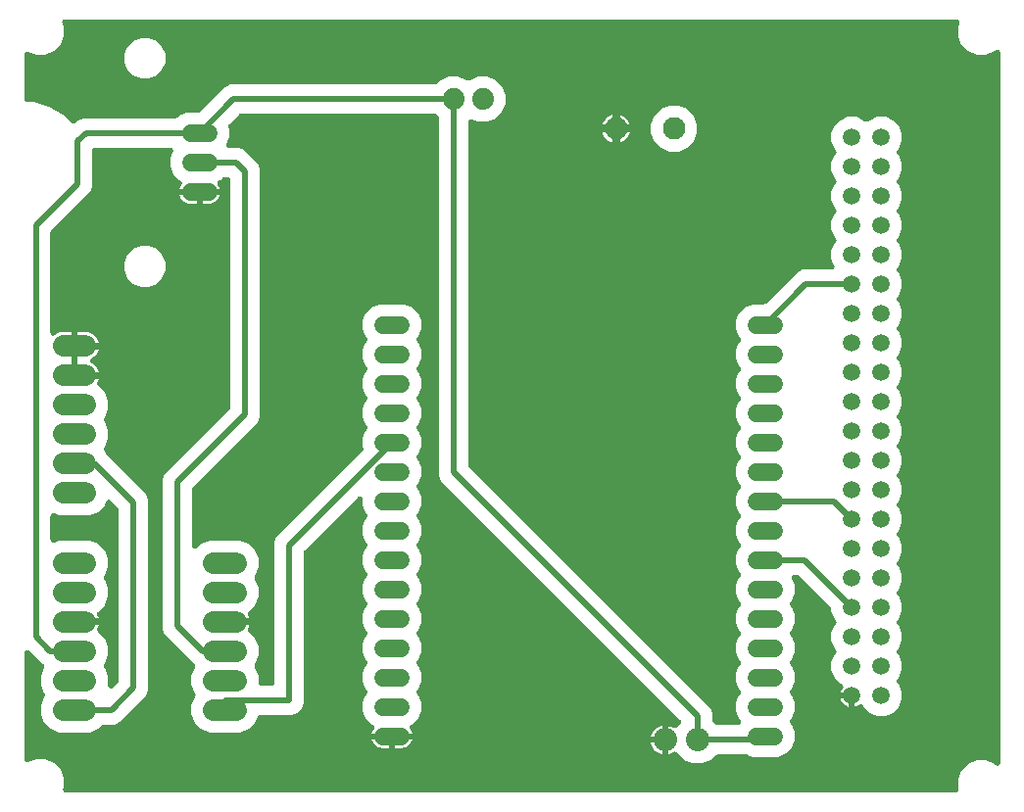
<source format=gbr>
G04 EAGLE Gerber RS-274X export*
G75*
%MOMM*%
%FSLAX34Y34*%
%LPD*%
%INBottom Copper*%
%IPPOS*%
%AMOC8*
5,1,8,0,0,1.08239X$1,22.5*%
G01*
%ADD10C,1.524000*%
%ADD11C,1.879600*%
%ADD12C,1.950000*%
%ADD13C,1.508000*%
%ADD14C,1.879600*%
%ADD15C,2.032000*%
%ADD16C,0.500000*%

G36*
X814617Y10169D02*
X814617Y10169D01*
X814710Y10168D01*
X814839Y10189D01*
X814969Y10201D01*
X815059Y10225D01*
X815151Y10241D01*
X815274Y10285D01*
X815399Y10319D01*
X815484Y10360D01*
X815572Y10391D01*
X815684Y10456D01*
X815802Y10512D01*
X815878Y10567D01*
X815959Y10614D01*
X816058Y10698D01*
X816164Y10774D01*
X816229Y10842D01*
X816300Y10902D01*
X816383Y11003D01*
X816474Y11096D01*
X816525Y11174D01*
X816585Y11246D01*
X816649Y11360D01*
X816721Y11468D01*
X816758Y11554D01*
X816804Y11636D01*
X816846Y11759D01*
X816898Y11879D01*
X816919Y11970D01*
X816949Y12058D01*
X816969Y12187D01*
X816999Y12314D01*
X817004Y12407D01*
X817018Y12499D01*
X817015Y12630D01*
X817021Y12760D01*
X817009Y12852D01*
X817007Y12946D01*
X816980Y13074D01*
X816963Y13203D01*
X816935Y13292D01*
X816916Y13383D01*
X816833Y13616D01*
X816769Y13770D01*
X816769Y21790D01*
X819839Y29200D01*
X825510Y34871D01*
X832920Y37941D01*
X840940Y37941D01*
X848350Y34871D01*
X848973Y34249D01*
X849078Y34161D01*
X849176Y34066D01*
X849249Y34018D01*
X849316Y33962D01*
X849435Y33895D01*
X849548Y33819D01*
X849628Y33785D01*
X849704Y33742D01*
X849833Y33696D01*
X849959Y33642D01*
X850043Y33622D01*
X850125Y33594D01*
X850260Y33572D01*
X850394Y33541D01*
X850480Y33537D01*
X850566Y33523D01*
X850703Y33526D01*
X850840Y33519D01*
X850926Y33530D01*
X851013Y33532D01*
X851147Y33559D01*
X851283Y33576D01*
X851366Y33603D01*
X851451Y33620D01*
X851578Y33671D01*
X851708Y33712D01*
X851785Y33753D01*
X851866Y33785D01*
X851982Y33857D01*
X852103Y33921D01*
X852172Y33975D01*
X852245Y34021D01*
X852347Y34113D01*
X852454Y34197D01*
X852512Y34262D01*
X852576Y34321D01*
X852660Y34429D01*
X852751Y34532D01*
X852796Y34606D01*
X852849Y34675D01*
X852912Y34796D01*
X852983Y34913D01*
X853014Y34994D01*
X853054Y35072D01*
X853094Y35202D01*
X853143Y35330D01*
X853160Y35416D01*
X853185Y35499D01*
X853201Y35634D01*
X853227Y35769D01*
X853234Y35905D01*
X853238Y35942D01*
X853237Y35966D01*
X853239Y36016D01*
X853239Y649784D01*
X853227Y649920D01*
X853224Y650057D01*
X853207Y650142D01*
X853199Y650229D01*
X853163Y650361D01*
X853136Y650495D01*
X853104Y650576D01*
X853081Y650660D01*
X853022Y650783D01*
X852971Y650910D01*
X852925Y650984D01*
X852888Y651062D01*
X852807Y651173D01*
X852735Y651289D01*
X852677Y651354D01*
X852626Y651424D01*
X852527Y651519D01*
X852435Y651620D01*
X852366Y651673D01*
X852304Y651734D01*
X852190Y651809D01*
X852081Y651893D01*
X852004Y651933D01*
X851932Y651981D01*
X851806Y652035D01*
X851684Y652098D01*
X851601Y652124D01*
X851521Y652158D01*
X851389Y652189D01*
X851257Y652229D01*
X851171Y652239D01*
X851086Y652259D01*
X850950Y652266D01*
X850814Y652282D01*
X850727Y652277D01*
X850640Y652281D01*
X850505Y652264D01*
X850368Y652255D01*
X850283Y652235D01*
X850197Y652224D01*
X850067Y652182D01*
X849934Y652150D01*
X849854Y652114D01*
X849772Y652088D01*
X849651Y652024D01*
X849526Y651968D01*
X849454Y651920D01*
X849377Y651879D01*
X849269Y651794D01*
X849156Y651717D01*
X849055Y651626D01*
X849026Y651603D01*
X849010Y651585D01*
X848973Y651551D01*
X848350Y650929D01*
X840940Y647859D01*
X832920Y647859D01*
X825510Y650929D01*
X819839Y656600D01*
X816769Y664010D01*
X816769Y672030D01*
X818096Y675234D01*
X818124Y675323D01*
X818161Y675409D01*
X818191Y675535D01*
X818230Y675660D01*
X818241Y675753D01*
X818262Y675844D01*
X818269Y675974D01*
X818285Y676103D01*
X818280Y676197D01*
X818284Y676290D01*
X818268Y676419D01*
X818260Y676549D01*
X818239Y676640D01*
X818227Y676733D01*
X818187Y676857D01*
X818157Y676984D01*
X818120Y677069D01*
X818091Y677158D01*
X818030Y677273D01*
X817978Y677393D01*
X817926Y677471D01*
X817882Y677553D01*
X817801Y677655D01*
X817729Y677764D01*
X817664Y677831D01*
X817606Y677904D01*
X817508Y677991D01*
X817418Y678084D01*
X817342Y678139D01*
X817272Y678201D01*
X817160Y678268D01*
X817054Y678344D01*
X816970Y678384D01*
X816890Y678433D01*
X816768Y678480D01*
X816651Y678535D01*
X816561Y678560D01*
X816473Y678593D01*
X816345Y678618D01*
X816219Y678652D01*
X816126Y678659D01*
X816034Y678677D01*
X815787Y678689D01*
X45273Y678689D01*
X45180Y678681D01*
X45086Y678682D01*
X44958Y678661D01*
X44828Y678649D01*
X44738Y678625D01*
X44646Y678609D01*
X44523Y678565D01*
X44397Y678531D01*
X44313Y678490D01*
X44225Y678459D01*
X44112Y678394D01*
X43994Y678338D01*
X43919Y678283D01*
X43838Y678236D01*
X43738Y678152D01*
X43633Y678076D01*
X43568Y678008D01*
X43496Y677948D01*
X43413Y677848D01*
X43323Y677754D01*
X43271Y677676D01*
X43212Y677604D01*
X43148Y677490D01*
X43076Y677382D01*
X43039Y677296D01*
X42993Y677214D01*
X42950Y677091D01*
X42899Y676971D01*
X42878Y676881D01*
X42847Y676792D01*
X42827Y676663D01*
X42798Y676536D01*
X42793Y676443D01*
X42779Y676351D01*
X42782Y676220D01*
X42776Y676090D01*
X42788Y675998D01*
X42790Y675904D01*
X42816Y675776D01*
X42833Y675647D01*
X42862Y675558D01*
X42881Y675467D01*
X42964Y675234D01*
X44291Y672030D01*
X44291Y664010D01*
X41221Y656600D01*
X35550Y650929D01*
X28140Y647859D01*
X20120Y647859D01*
X13616Y650553D01*
X13527Y650581D01*
X13441Y650618D01*
X13315Y650648D01*
X13190Y650686D01*
X13097Y650698D01*
X13006Y650719D01*
X12876Y650726D01*
X12747Y650742D01*
X12653Y650737D01*
X12560Y650741D01*
X12431Y650725D01*
X12301Y650717D01*
X12210Y650696D01*
X12117Y650684D01*
X11993Y650644D01*
X11866Y650614D01*
X11781Y650576D01*
X11692Y650548D01*
X11577Y650487D01*
X11457Y650435D01*
X11379Y650383D01*
X11297Y650339D01*
X11194Y650258D01*
X11086Y650186D01*
X11019Y650121D01*
X10946Y650063D01*
X10859Y649965D01*
X10766Y649874D01*
X10711Y649799D01*
X10649Y649729D01*
X10582Y649617D01*
X10506Y649511D01*
X10466Y649427D01*
X10417Y649347D01*
X10370Y649225D01*
X10315Y649108D01*
X10290Y649017D01*
X10257Y648930D01*
X10232Y648802D01*
X10198Y648676D01*
X10191Y648583D01*
X10173Y648491D01*
X10161Y648244D01*
X10161Y609470D01*
X10165Y609420D01*
X10163Y609370D01*
X10185Y609198D01*
X10201Y609025D01*
X10214Y608977D01*
X10220Y608927D01*
X10273Y608762D01*
X10319Y608594D01*
X10341Y608549D01*
X10356Y608502D01*
X10437Y608348D01*
X10512Y608192D01*
X10542Y608151D01*
X10565Y608107D01*
X10672Y607970D01*
X10774Y607830D01*
X10810Y607795D01*
X10841Y607756D01*
X10971Y607640D01*
X11096Y607520D01*
X11138Y607493D01*
X11176Y607459D01*
X11324Y607369D01*
X11468Y607273D01*
X11514Y607253D01*
X11557Y607227D01*
X11719Y607165D01*
X11879Y607096D01*
X11927Y607085D01*
X11974Y607067D01*
X12145Y607034D01*
X12314Y606995D01*
X12364Y606992D01*
X12413Y606983D01*
X12660Y606971D01*
X18495Y606971D01*
X31739Y603422D01*
X43612Y596567D01*
X50870Y589309D01*
X50908Y589277D01*
X50942Y589240D01*
X51080Y589134D01*
X51213Y589023D01*
X51256Y588998D01*
X51296Y588968D01*
X51450Y588888D01*
X51601Y588802D01*
X51648Y588786D01*
X51693Y588763D01*
X51858Y588712D01*
X52022Y588654D01*
X52072Y588646D01*
X52120Y588631D01*
X52292Y588611D01*
X52463Y588583D01*
X52514Y588584D01*
X52563Y588578D01*
X52737Y588589D01*
X52910Y588592D01*
X52959Y588602D01*
X53009Y588605D01*
X53178Y588646D01*
X53348Y588681D01*
X53394Y588699D01*
X53443Y588711D01*
X53602Y588781D01*
X53763Y588845D01*
X53806Y588872D01*
X53851Y588892D01*
X53995Y588989D01*
X54142Y589081D01*
X54180Y589115D01*
X54221Y589143D01*
X54404Y589309D01*
X56128Y591033D01*
X60782Y592961D01*
X140360Y592961D01*
X140546Y592977D01*
X140732Y592989D01*
X140768Y592997D01*
X140805Y593001D01*
X140985Y593050D01*
X141166Y593094D01*
X141200Y593109D01*
X141235Y593119D01*
X141404Y593200D01*
X141574Y593276D01*
X141605Y593296D01*
X141638Y593312D01*
X141789Y593422D01*
X141944Y593527D01*
X141981Y593561D01*
X142000Y593574D01*
X142025Y593601D01*
X142127Y593693D01*
X143808Y595374D01*
X150343Y598081D01*
X160341Y598081D01*
X160527Y598097D01*
X160713Y598109D01*
X160748Y598117D01*
X160785Y598121D01*
X160966Y598170D01*
X161147Y598214D01*
X161180Y598229D01*
X161216Y598239D01*
X161384Y598320D01*
X161555Y598396D01*
X161585Y598416D01*
X161619Y598432D01*
X161770Y598542D01*
X161924Y598647D01*
X161962Y598681D01*
X161981Y598694D01*
X162006Y598721D01*
X162108Y598813D01*
X183628Y620333D01*
X188282Y622261D01*
X364965Y622261D01*
X365151Y622277D01*
X365337Y622289D01*
X365373Y622297D01*
X365410Y622301D01*
X365591Y622350D01*
X365771Y622394D01*
X365805Y622409D01*
X365841Y622419D01*
X366009Y622500D01*
X366180Y622576D01*
X366210Y622596D01*
X366244Y622612D01*
X366395Y622722D01*
X366549Y622827D01*
X366587Y622861D01*
X366605Y622874D01*
X366631Y622901D01*
X366733Y622993D01*
X369921Y626181D01*
X377109Y629159D01*
X384891Y629159D01*
X392135Y626158D01*
X392142Y626152D01*
X392275Y626041D01*
X392319Y626016D01*
X392359Y625986D01*
X392513Y625906D01*
X392664Y625820D01*
X392711Y625804D01*
X392756Y625781D01*
X392921Y625730D01*
X393085Y625672D01*
X393135Y625664D01*
X393183Y625650D01*
X393355Y625629D01*
X393526Y625602D01*
X393576Y625603D01*
X393626Y625597D01*
X393799Y625607D01*
X393973Y625610D01*
X394022Y625620D01*
X394072Y625623D01*
X394240Y625664D01*
X394411Y625699D01*
X394457Y625717D01*
X394506Y625729D01*
X394664Y625799D01*
X394826Y625863D01*
X394868Y625890D01*
X394914Y625910D01*
X395058Y626008D01*
X395205Y626100D01*
X395242Y626133D01*
X395284Y626161D01*
X395293Y626169D01*
X402509Y629159D01*
X410291Y629159D01*
X417479Y626181D01*
X422981Y620679D01*
X425959Y613491D01*
X425959Y605709D01*
X422981Y598521D01*
X417479Y593019D01*
X410291Y590041D01*
X402510Y590041D01*
X397116Y592275D01*
X397027Y592303D01*
X396941Y592340D01*
X396815Y592370D01*
X396690Y592409D01*
X396597Y592420D01*
X396506Y592441D01*
X396376Y592448D01*
X396247Y592464D01*
X396153Y592459D01*
X396060Y592463D01*
X395931Y592447D01*
X395801Y592439D01*
X395710Y592418D01*
X395617Y592406D01*
X395493Y592366D01*
X395366Y592336D01*
X395281Y592299D01*
X395192Y592270D01*
X395077Y592209D01*
X394957Y592157D01*
X394879Y592105D01*
X394797Y592061D01*
X394694Y591980D01*
X394586Y591908D01*
X394519Y591843D01*
X394446Y591785D01*
X394359Y591687D01*
X394266Y591597D01*
X394211Y591521D01*
X394149Y591451D01*
X394082Y591339D01*
X394006Y591233D01*
X393966Y591149D01*
X393917Y591069D01*
X393870Y590948D01*
X393815Y590830D01*
X393790Y590739D01*
X393757Y590652D01*
X393732Y590524D01*
X393698Y590398D01*
X393691Y590305D01*
X393673Y590213D01*
X393661Y589966D01*
X393661Y293303D01*
X393677Y293117D01*
X393689Y292931D01*
X393697Y292895D01*
X393701Y292858D01*
X393750Y292678D01*
X393794Y292497D01*
X393809Y292464D01*
X393819Y292428D01*
X393900Y292259D01*
X393976Y292089D01*
X393996Y292058D01*
X394012Y292025D01*
X394122Y291874D01*
X394227Y291720D01*
X394261Y291682D01*
X394274Y291663D01*
X394301Y291638D01*
X394393Y291536D01*
X602553Y83376D01*
X604481Y78722D01*
X604481Y72832D01*
X604497Y72646D01*
X604509Y72460D01*
X604517Y72424D01*
X604521Y72387D01*
X604570Y72207D01*
X604614Y72026D01*
X604629Y71993D01*
X604639Y71957D01*
X604720Y71788D01*
X604796Y71618D01*
X604816Y71587D01*
X604832Y71554D01*
X604942Y71403D01*
X605047Y71249D01*
X605081Y71211D01*
X605094Y71192D01*
X605121Y71167D01*
X605213Y71065D01*
X607165Y69113D01*
X607308Y68993D01*
X607448Y68869D01*
X607480Y68850D01*
X607508Y68826D01*
X607670Y68734D01*
X607830Y68637D01*
X607864Y68624D01*
X607896Y68606D01*
X608072Y68544D01*
X608246Y68477D01*
X608283Y68470D01*
X608318Y68457D01*
X608502Y68428D01*
X608685Y68393D01*
X608736Y68390D01*
X608759Y68387D01*
X608796Y68388D01*
X608932Y68381D01*
X625980Y68381D01*
X626166Y68397D01*
X626352Y68409D01*
X626388Y68417D01*
X626425Y68421D01*
X626605Y68470D01*
X626786Y68514D01*
X626820Y68529D01*
X626855Y68539D01*
X627024Y68620D01*
X627194Y68696D01*
X627225Y68716D01*
X627258Y68732D01*
X627409Y68842D01*
X627564Y68947D01*
X627601Y68981D01*
X627620Y68994D01*
X627645Y69021D01*
X627747Y69113D01*
X628567Y69933D01*
X628599Y69971D01*
X628636Y70005D01*
X628742Y70142D01*
X628853Y70276D01*
X628878Y70319D01*
X628909Y70359D01*
X628988Y70513D01*
X629074Y70664D01*
X629091Y70711D01*
X629114Y70756D01*
X629165Y70922D01*
X629222Y71085D01*
X629230Y71135D01*
X629245Y71183D01*
X629265Y71355D01*
X629293Y71526D01*
X629292Y71576D01*
X629298Y71626D01*
X629288Y71800D01*
X629284Y71973D01*
X629274Y72022D01*
X629271Y72072D01*
X629230Y72241D01*
X629196Y72411D01*
X629177Y72457D01*
X629165Y72506D01*
X629095Y72665D01*
X629031Y72826D01*
X629004Y72869D01*
X628984Y72914D01*
X628886Y73058D01*
X628795Y73205D01*
X628761Y73242D01*
X628733Y73284D01*
X628567Y73467D01*
X627706Y74328D01*
X624999Y80863D01*
X624999Y87937D01*
X627706Y94472D01*
X628567Y95333D01*
X628599Y95371D01*
X628636Y95405D01*
X628742Y95542D01*
X628853Y95676D01*
X628878Y95719D01*
X628909Y95759D01*
X628988Y95913D01*
X629074Y96064D01*
X629091Y96111D01*
X629114Y96156D01*
X629165Y96322D01*
X629222Y96485D01*
X629230Y96535D01*
X629245Y96583D01*
X629265Y96755D01*
X629293Y96926D01*
X629292Y96976D01*
X629298Y97026D01*
X629288Y97200D01*
X629284Y97373D01*
X629274Y97422D01*
X629271Y97472D01*
X629230Y97641D01*
X629196Y97811D01*
X629177Y97857D01*
X629165Y97906D01*
X629095Y98065D01*
X629031Y98226D01*
X629004Y98269D01*
X628984Y98314D01*
X628886Y98458D01*
X628795Y98605D01*
X628761Y98642D01*
X628733Y98684D01*
X628567Y98867D01*
X627706Y99728D01*
X624999Y106263D01*
X624999Y113337D01*
X627706Y119872D01*
X628567Y120733D01*
X628599Y120771D01*
X628636Y120805D01*
X628742Y120942D01*
X628853Y121076D01*
X628878Y121119D01*
X628909Y121159D01*
X628988Y121313D01*
X629074Y121464D01*
X629091Y121511D01*
X629114Y121556D01*
X629165Y121722D01*
X629222Y121885D01*
X629230Y121935D01*
X629245Y121983D01*
X629265Y122155D01*
X629293Y122326D01*
X629292Y122376D01*
X629298Y122426D01*
X629288Y122600D01*
X629284Y122773D01*
X629274Y122822D01*
X629271Y122872D01*
X629230Y123041D01*
X629196Y123211D01*
X629177Y123257D01*
X629165Y123306D01*
X629095Y123465D01*
X629031Y123626D01*
X629004Y123669D01*
X628984Y123714D01*
X628886Y123858D01*
X628795Y124005D01*
X628761Y124042D01*
X628733Y124084D01*
X628567Y124267D01*
X627706Y125128D01*
X624999Y131663D01*
X624999Y138737D01*
X627706Y145272D01*
X628567Y146133D01*
X628599Y146171D01*
X628636Y146205D01*
X628742Y146342D01*
X628853Y146476D01*
X628878Y146519D01*
X628909Y146559D01*
X628988Y146713D01*
X629074Y146864D01*
X629091Y146911D01*
X629114Y146956D01*
X629165Y147122D01*
X629222Y147285D01*
X629230Y147335D01*
X629245Y147383D01*
X629265Y147555D01*
X629293Y147726D01*
X629292Y147776D01*
X629298Y147826D01*
X629288Y148000D01*
X629284Y148173D01*
X629274Y148222D01*
X629271Y148272D01*
X629230Y148441D01*
X629196Y148611D01*
X629177Y148657D01*
X629165Y148706D01*
X629095Y148865D01*
X629031Y149026D01*
X629004Y149069D01*
X628984Y149114D01*
X628886Y149258D01*
X628795Y149405D01*
X628761Y149442D01*
X628733Y149484D01*
X628567Y149667D01*
X627706Y150528D01*
X624999Y157063D01*
X624999Y164137D01*
X627706Y170672D01*
X628567Y171533D01*
X628599Y171571D01*
X628636Y171605D01*
X628742Y171742D01*
X628853Y171876D01*
X628878Y171919D01*
X628909Y171959D01*
X628988Y172113D01*
X629074Y172264D01*
X629091Y172311D01*
X629114Y172356D01*
X629165Y172522D01*
X629222Y172685D01*
X629230Y172735D01*
X629245Y172783D01*
X629265Y172955D01*
X629293Y173126D01*
X629292Y173176D01*
X629298Y173226D01*
X629288Y173400D01*
X629284Y173573D01*
X629274Y173622D01*
X629271Y173672D01*
X629230Y173841D01*
X629196Y174011D01*
X629177Y174057D01*
X629165Y174106D01*
X629095Y174265D01*
X629031Y174426D01*
X629004Y174469D01*
X628984Y174514D01*
X628886Y174658D01*
X628795Y174805D01*
X628761Y174842D01*
X628733Y174884D01*
X628567Y175067D01*
X627706Y175928D01*
X624999Y182463D01*
X624999Y189537D01*
X627706Y196072D01*
X628567Y196933D01*
X628599Y196971D01*
X628636Y197005D01*
X628742Y197142D01*
X628853Y197276D01*
X628878Y197319D01*
X628909Y197359D01*
X628988Y197513D01*
X629074Y197664D01*
X629091Y197711D01*
X629114Y197756D01*
X629165Y197922D01*
X629222Y198085D01*
X629230Y198135D01*
X629245Y198183D01*
X629265Y198355D01*
X629293Y198526D01*
X629292Y198576D01*
X629298Y198626D01*
X629288Y198800D01*
X629284Y198973D01*
X629274Y199022D01*
X629271Y199072D01*
X629230Y199241D01*
X629196Y199411D01*
X629177Y199457D01*
X629165Y199506D01*
X629095Y199665D01*
X629031Y199826D01*
X629004Y199869D01*
X628984Y199914D01*
X628886Y200058D01*
X628795Y200205D01*
X628761Y200242D01*
X628733Y200284D01*
X628567Y200467D01*
X627706Y201328D01*
X624999Y207863D01*
X624999Y214937D01*
X627706Y221472D01*
X628567Y222333D01*
X628599Y222371D01*
X628636Y222405D01*
X628742Y222542D01*
X628853Y222676D01*
X628878Y222719D01*
X628909Y222759D01*
X628988Y222913D01*
X629074Y223064D01*
X629091Y223111D01*
X629114Y223156D01*
X629165Y223322D01*
X629222Y223485D01*
X629230Y223535D01*
X629245Y223583D01*
X629265Y223755D01*
X629293Y223926D01*
X629292Y223976D01*
X629298Y224026D01*
X629288Y224200D01*
X629284Y224373D01*
X629274Y224422D01*
X629271Y224472D01*
X629230Y224641D01*
X629196Y224811D01*
X629177Y224857D01*
X629165Y224906D01*
X629095Y225065D01*
X629031Y225226D01*
X629004Y225269D01*
X628984Y225314D01*
X628886Y225458D01*
X628795Y225605D01*
X628761Y225642D01*
X628733Y225684D01*
X628567Y225867D01*
X627706Y226728D01*
X624999Y233263D01*
X624999Y240337D01*
X627706Y246872D01*
X628567Y247733D01*
X628599Y247771D01*
X628636Y247805D01*
X628742Y247942D01*
X628853Y248076D01*
X628878Y248119D01*
X628909Y248159D01*
X628988Y248313D01*
X629074Y248464D01*
X629091Y248511D01*
X629114Y248556D01*
X629165Y248722D01*
X629222Y248885D01*
X629230Y248935D01*
X629245Y248983D01*
X629265Y249155D01*
X629293Y249326D01*
X629292Y249376D01*
X629298Y249426D01*
X629288Y249600D01*
X629284Y249773D01*
X629274Y249822D01*
X629271Y249872D01*
X629230Y250041D01*
X629196Y250211D01*
X629177Y250257D01*
X629165Y250306D01*
X629095Y250465D01*
X629031Y250626D01*
X629004Y250669D01*
X628984Y250714D01*
X628886Y250858D01*
X628795Y251005D01*
X628761Y251042D01*
X628733Y251084D01*
X628567Y251267D01*
X627706Y252128D01*
X624999Y258663D01*
X624999Y265737D01*
X627706Y272272D01*
X628567Y273133D01*
X628599Y273171D01*
X628636Y273205D01*
X628742Y273342D01*
X628853Y273476D01*
X628878Y273519D01*
X628909Y273559D01*
X628988Y273713D01*
X629074Y273864D01*
X629091Y273911D01*
X629114Y273956D01*
X629165Y274122D01*
X629222Y274285D01*
X629230Y274335D01*
X629245Y274383D01*
X629265Y274555D01*
X629293Y274726D01*
X629292Y274776D01*
X629298Y274826D01*
X629288Y275000D01*
X629284Y275173D01*
X629274Y275222D01*
X629271Y275272D01*
X629230Y275441D01*
X629196Y275611D01*
X629177Y275657D01*
X629165Y275706D01*
X629095Y275865D01*
X629031Y276026D01*
X629004Y276069D01*
X628984Y276114D01*
X628886Y276258D01*
X628795Y276405D01*
X628761Y276442D01*
X628733Y276484D01*
X628567Y276667D01*
X627706Y277528D01*
X624999Y284063D01*
X624999Y291137D01*
X627706Y297672D01*
X628567Y298533D01*
X628599Y298571D01*
X628636Y298605D01*
X628742Y298742D01*
X628853Y298876D01*
X628878Y298919D01*
X628909Y298959D01*
X628988Y299113D01*
X629074Y299264D01*
X629091Y299311D01*
X629114Y299356D01*
X629165Y299522D01*
X629222Y299685D01*
X629230Y299735D01*
X629245Y299783D01*
X629265Y299955D01*
X629293Y300126D01*
X629292Y300176D01*
X629298Y300226D01*
X629288Y300400D01*
X629284Y300573D01*
X629274Y300622D01*
X629271Y300672D01*
X629230Y300841D01*
X629196Y301011D01*
X629177Y301057D01*
X629165Y301106D01*
X629095Y301265D01*
X629031Y301426D01*
X629004Y301469D01*
X628984Y301514D01*
X628886Y301658D01*
X628795Y301805D01*
X628761Y301842D01*
X628733Y301884D01*
X628567Y302067D01*
X627706Y302928D01*
X624999Y309463D01*
X624999Y316537D01*
X627706Y323072D01*
X628567Y323933D01*
X628599Y323971D01*
X628636Y324005D01*
X628742Y324142D01*
X628853Y324276D01*
X628878Y324319D01*
X628909Y324359D01*
X628988Y324513D01*
X629074Y324664D01*
X629091Y324711D01*
X629114Y324756D01*
X629165Y324922D01*
X629222Y325085D01*
X629230Y325135D01*
X629245Y325183D01*
X629265Y325355D01*
X629293Y325526D01*
X629292Y325576D01*
X629298Y325626D01*
X629288Y325800D01*
X629284Y325973D01*
X629274Y326022D01*
X629271Y326072D01*
X629230Y326241D01*
X629196Y326411D01*
X629177Y326457D01*
X629165Y326506D01*
X629095Y326665D01*
X629031Y326826D01*
X629004Y326869D01*
X628984Y326914D01*
X628886Y327058D01*
X628795Y327205D01*
X628761Y327242D01*
X628733Y327284D01*
X628567Y327467D01*
X627706Y328328D01*
X624999Y334863D01*
X624999Y341937D01*
X627706Y348472D01*
X628567Y349333D01*
X628599Y349371D01*
X628636Y349405D01*
X628742Y349542D01*
X628853Y349676D01*
X628878Y349719D01*
X628909Y349759D01*
X628988Y349913D01*
X629074Y350064D01*
X629091Y350111D01*
X629114Y350156D01*
X629165Y350322D01*
X629222Y350485D01*
X629230Y350535D01*
X629245Y350583D01*
X629265Y350755D01*
X629293Y350926D01*
X629292Y350976D01*
X629298Y351026D01*
X629288Y351200D01*
X629284Y351373D01*
X629274Y351422D01*
X629271Y351472D01*
X629230Y351641D01*
X629196Y351811D01*
X629177Y351857D01*
X629165Y351906D01*
X629095Y352065D01*
X629031Y352226D01*
X629004Y352269D01*
X628984Y352314D01*
X628886Y352458D01*
X628795Y352605D01*
X628761Y352642D01*
X628733Y352684D01*
X628567Y352867D01*
X627706Y353728D01*
X624999Y360263D01*
X624999Y367337D01*
X627706Y373872D01*
X628567Y374733D01*
X628599Y374771D01*
X628636Y374805D01*
X628742Y374942D01*
X628853Y375076D01*
X628878Y375119D01*
X628909Y375159D01*
X628988Y375313D01*
X629074Y375464D01*
X629091Y375511D01*
X629114Y375556D01*
X629165Y375722D01*
X629222Y375885D01*
X629230Y375935D01*
X629245Y375983D01*
X629265Y376155D01*
X629293Y376326D01*
X629292Y376376D01*
X629298Y376426D01*
X629288Y376600D01*
X629284Y376773D01*
X629274Y376822D01*
X629271Y376872D01*
X629230Y377041D01*
X629196Y377211D01*
X629177Y377257D01*
X629165Y377306D01*
X629095Y377465D01*
X629031Y377626D01*
X629004Y377669D01*
X628984Y377714D01*
X628886Y377858D01*
X628795Y378005D01*
X628761Y378042D01*
X628733Y378084D01*
X628567Y378267D01*
X627706Y379128D01*
X624999Y385663D01*
X624999Y392737D01*
X627706Y399272D01*
X628567Y400133D01*
X628599Y400171D01*
X628636Y400205D01*
X628742Y400342D01*
X628853Y400476D01*
X628878Y400519D01*
X628909Y400559D01*
X628988Y400713D01*
X629074Y400864D01*
X629091Y400911D01*
X629114Y400956D01*
X629165Y401122D01*
X629222Y401285D01*
X629230Y401335D01*
X629245Y401383D01*
X629265Y401555D01*
X629293Y401726D01*
X629292Y401776D01*
X629298Y401826D01*
X629288Y402000D01*
X629284Y402173D01*
X629274Y402222D01*
X629271Y402272D01*
X629230Y402441D01*
X629196Y402611D01*
X629177Y402657D01*
X629165Y402706D01*
X629095Y402865D01*
X629031Y403026D01*
X629004Y403069D01*
X628984Y403114D01*
X628886Y403258D01*
X628795Y403405D01*
X628761Y403442D01*
X628733Y403484D01*
X628567Y403667D01*
X627706Y404528D01*
X624999Y411063D01*
X624999Y418137D01*
X627706Y424672D01*
X632708Y429674D01*
X639243Y432381D01*
X649241Y432381D01*
X649427Y432397D01*
X649613Y432409D01*
X649648Y432417D01*
X649685Y432421D01*
X649866Y432470D01*
X650047Y432514D01*
X650080Y432529D01*
X650116Y432539D01*
X650285Y432620D01*
X650455Y432696D01*
X650485Y432716D01*
X650519Y432732D01*
X650670Y432842D01*
X650824Y432947D01*
X650862Y432981D01*
X650881Y432994D01*
X650906Y433021D01*
X651008Y433113D01*
X678208Y460313D01*
X682862Y462241D01*
X707547Y462241D01*
X707640Y462249D01*
X707734Y462248D01*
X707862Y462269D01*
X707992Y462281D01*
X708082Y462305D01*
X708174Y462321D01*
X708297Y462365D01*
X708423Y462399D01*
X708507Y462440D01*
X708595Y462471D01*
X708708Y462536D01*
X708826Y462592D01*
X708901Y462647D01*
X708982Y462694D01*
X709082Y462778D01*
X709187Y462854D01*
X709252Y462922D01*
X709324Y462982D01*
X709407Y463082D01*
X709497Y463176D01*
X709549Y463254D01*
X709608Y463326D01*
X709672Y463440D01*
X709744Y463548D01*
X709781Y463634D01*
X709827Y463716D01*
X709870Y463839D01*
X709921Y463959D01*
X709942Y464049D01*
X709973Y464138D01*
X709993Y464267D01*
X710022Y464394D01*
X710027Y464487D01*
X710041Y464579D01*
X710038Y464710D01*
X710044Y464840D01*
X710032Y464932D01*
X710030Y465026D01*
X710004Y465154D01*
X709987Y465283D01*
X709958Y465372D01*
X709940Y465463D01*
X709856Y465696D01*
X707469Y471459D01*
X707469Y478501D01*
X710164Y485007D01*
X711070Y485913D01*
X711102Y485951D01*
X711139Y485985D01*
X711245Y486122D01*
X711356Y486256D01*
X711381Y486299D01*
X711412Y486339D01*
X711492Y486493D01*
X711577Y486644D01*
X711594Y486691D01*
X711617Y486736D01*
X711668Y486902D01*
X711725Y487065D01*
X711733Y487115D01*
X711748Y487163D01*
X711769Y487335D01*
X711796Y487506D01*
X711795Y487556D01*
X711801Y487606D01*
X711791Y487780D01*
X711787Y487953D01*
X711777Y488002D01*
X711774Y488052D01*
X711733Y488221D01*
X711699Y488391D01*
X711680Y488437D01*
X711669Y488486D01*
X711598Y488645D01*
X711534Y488806D01*
X711508Y488849D01*
X711487Y488894D01*
X711390Y489038D01*
X711298Y489185D01*
X711264Y489222D01*
X711236Y489264D01*
X711070Y489447D01*
X710164Y490353D01*
X707469Y496859D01*
X707469Y503901D01*
X710164Y510407D01*
X711070Y511313D01*
X711102Y511351D01*
X711139Y511385D01*
X711245Y511522D01*
X711356Y511656D01*
X711381Y511699D01*
X711412Y511739D01*
X711492Y511893D01*
X711577Y512044D01*
X711594Y512091D01*
X711617Y512136D01*
X711668Y512302D01*
X711725Y512465D01*
X711733Y512515D01*
X711748Y512563D01*
X711769Y512735D01*
X711796Y512906D01*
X711795Y512956D01*
X711801Y513006D01*
X711791Y513180D01*
X711787Y513353D01*
X711777Y513402D01*
X711774Y513452D01*
X711733Y513621D01*
X711699Y513791D01*
X711680Y513837D01*
X711669Y513886D01*
X711598Y514045D01*
X711534Y514206D01*
X711508Y514249D01*
X711487Y514294D01*
X711390Y514438D01*
X711298Y514585D01*
X711264Y514622D01*
X711236Y514664D01*
X711070Y514847D01*
X710164Y515753D01*
X707469Y522259D01*
X707469Y529301D01*
X710164Y535807D01*
X711070Y536713D01*
X711102Y536751D01*
X711139Y536785D01*
X711245Y536922D01*
X711356Y537056D01*
X711381Y537099D01*
X711412Y537139D01*
X711492Y537293D01*
X711577Y537444D01*
X711594Y537491D01*
X711617Y537536D01*
X711668Y537702D01*
X711725Y537865D01*
X711733Y537915D01*
X711748Y537963D01*
X711769Y538135D01*
X711796Y538306D01*
X711795Y538356D01*
X711801Y538406D01*
X711791Y538580D01*
X711787Y538753D01*
X711777Y538802D01*
X711774Y538852D01*
X711733Y539021D01*
X711699Y539191D01*
X711680Y539237D01*
X711669Y539286D01*
X711598Y539445D01*
X711534Y539606D01*
X711508Y539649D01*
X711487Y539694D01*
X711390Y539838D01*
X711298Y539985D01*
X711264Y540022D01*
X711236Y540064D01*
X711070Y540247D01*
X710164Y541153D01*
X707469Y547659D01*
X707469Y554701D01*
X710164Y561207D01*
X711070Y562113D01*
X711102Y562151D01*
X711139Y562185D01*
X711245Y562322D01*
X711356Y562456D01*
X711381Y562499D01*
X711412Y562539D01*
X711492Y562693D01*
X711577Y562844D01*
X711594Y562891D01*
X711617Y562936D01*
X711668Y563102D01*
X711725Y563265D01*
X711733Y563315D01*
X711748Y563363D01*
X711769Y563535D01*
X711796Y563706D01*
X711795Y563756D01*
X711801Y563806D01*
X711791Y563980D01*
X711787Y564153D01*
X711777Y564202D01*
X711774Y564252D01*
X711733Y564421D01*
X711699Y564591D01*
X711680Y564637D01*
X711669Y564686D01*
X711598Y564845D01*
X711534Y565006D01*
X711508Y565049D01*
X711487Y565094D01*
X711390Y565238D01*
X711298Y565385D01*
X711264Y565422D01*
X711236Y565464D01*
X711070Y565647D01*
X710164Y566553D01*
X707469Y573059D01*
X707469Y580101D01*
X710164Y586607D01*
X715143Y591586D01*
X721649Y594281D01*
X728691Y594281D01*
X735197Y591586D01*
X736103Y590680D01*
X736141Y590648D01*
X736175Y590611D01*
X736312Y590505D01*
X736332Y590488D01*
X736347Y590475D01*
X736350Y590473D01*
X736446Y590394D01*
X736489Y590369D01*
X736529Y590338D01*
X736683Y590259D01*
X736834Y590173D01*
X736881Y590156D01*
X736926Y590133D01*
X737091Y590082D01*
X737255Y590025D01*
X737305Y590017D01*
X737353Y590002D01*
X737525Y589981D01*
X737696Y589954D01*
X737746Y589955D01*
X737796Y589949D01*
X737970Y589959D01*
X738143Y589963D01*
X738192Y589973D01*
X738242Y589976D01*
X738410Y590017D01*
X738581Y590051D01*
X738628Y590070D01*
X738676Y590081D01*
X738835Y590152D01*
X738996Y590216D01*
X739038Y590242D01*
X739084Y590263D01*
X739228Y590360D01*
X739375Y590452D01*
X739412Y590486D01*
X739454Y590514D01*
X739637Y590680D01*
X740543Y591586D01*
X747049Y594281D01*
X754091Y594281D01*
X760597Y591586D01*
X765576Y586607D01*
X768271Y580101D01*
X768271Y573059D01*
X765576Y566553D01*
X764670Y565647D01*
X764638Y565609D01*
X764601Y565575D01*
X764495Y565438D01*
X764384Y565304D01*
X764359Y565261D01*
X764328Y565221D01*
X764249Y565067D01*
X764163Y564916D01*
X764146Y564869D01*
X764123Y564824D01*
X764072Y564659D01*
X764015Y564495D01*
X764007Y564445D01*
X763992Y564397D01*
X763971Y564225D01*
X763944Y564054D01*
X763945Y564004D01*
X763939Y563954D01*
X763949Y563780D01*
X763953Y563607D01*
X763963Y563558D01*
X763966Y563508D01*
X764007Y563340D01*
X764041Y563169D01*
X764060Y563122D01*
X764071Y563074D01*
X764142Y562915D01*
X764206Y562754D01*
X764232Y562712D01*
X764253Y562666D01*
X764350Y562522D01*
X764442Y562375D01*
X764476Y562338D01*
X764504Y562296D01*
X764670Y562113D01*
X765576Y561207D01*
X768271Y554701D01*
X768271Y547659D01*
X765576Y541153D01*
X764670Y540247D01*
X764638Y540209D01*
X764601Y540175D01*
X764495Y540038D01*
X764384Y539904D01*
X764359Y539861D01*
X764328Y539821D01*
X764249Y539667D01*
X764163Y539516D01*
X764146Y539469D01*
X764123Y539424D01*
X764072Y539259D01*
X764015Y539095D01*
X764007Y539045D01*
X763992Y538997D01*
X763971Y538825D01*
X763944Y538654D01*
X763945Y538604D01*
X763939Y538554D01*
X763949Y538380D01*
X763953Y538207D01*
X763963Y538158D01*
X763966Y538108D01*
X764007Y537940D01*
X764041Y537769D01*
X764060Y537722D01*
X764071Y537674D01*
X764142Y537515D01*
X764206Y537354D01*
X764232Y537312D01*
X764253Y537266D01*
X764350Y537122D01*
X764442Y536975D01*
X764476Y536938D01*
X764504Y536896D01*
X764670Y536713D01*
X765576Y535807D01*
X768271Y529301D01*
X768271Y522259D01*
X765576Y515753D01*
X764670Y514847D01*
X764638Y514809D01*
X764601Y514775D01*
X764495Y514638D01*
X764384Y514504D01*
X764359Y514461D01*
X764328Y514421D01*
X764249Y514267D01*
X764163Y514116D01*
X764146Y514069D01*
X764123Y514024D01*
X764072Y513859D01*
X764015Y513695D01*
X764007Y513645D01*
X763992Y513597D01*
X763971Y513425D01*
X763944Y513254D01*
X763945Y513204D01*
X763939Y513154D01*
X763949Y512980D01*
X763953Y512807D01*
X763963Y512758D01*
X763966Y512708D01*
X764007Y512540D01*
X764041Y512369D01*
X764060Y512322D01*
X764071Y512274D01*
X764142Y512115D01*
X764206Y511954D01*
X764232Y511912D01*
X764253Y511866D01*
X764350Y511722D01*
X764442Y511575D01*
X764476Y511538D01*
X764504Y511496D01*
X764670Y511313D01*
X765576Y510407D01*
X768271Y503901D01*
X768271Y496859D01*
X765576Y490353D01*
X764670Y489447D01*
X764638Y489409D01*
X764601Y489375D01*
X764495Y489238D01*
X764384Y489104D01*
X764359Y489061D01*
X764328Y489021D01*
X764249Y488867D01*
X764163Y488716D01*
X764146Y488669D01*
X764123Y488624D01*
X764072Y488459D01*
X764015Y488295D01*
X764007Y488245D01*
X763992Y488197D01*
X763971Y488025D01*
X763944Y487854D01*
X763945Y487804D01*
X763939Y487754D01*
X763949Y487580D01*
X763953Y487407D01*
X763963Y487358D01*
X763966Y487308D01*
X764007Y487140D01*
X764041Y486969D01*
X764060Y486922D01*
X764071Y486874D01*
X764142Y486715D01*
X764206Y486554D01*
X764232Y486512D01*
X764253Y486466D01*
X764350Y486322D01*
X764442Y486175D01*
X764476Y486138D01*
X764504Y486096D01*
X764670Y485913D01*
X765576Y485007D01*
X768271Y478501D01*
X768271Y471459D01*
X765576Y464953D01*
X764670Y464047D01*
X764638Y464009D01*
X764601Y463975D01*
X764495Y463838D01*
X764384Y463704D01*
X764359Y463661D01*
X764328Y463621D01*
X764249Y463467D01*
X764163Y463316D01*
X764146Y463269D01*
X764123Y463224D01*
X764072Y463059D01*
X764015Y462895D01*
X764007Y462845D01*
X763992Y462797D01*
X763971Y462625D01*
X763944Y462454D01*
X763945Y462404D01*
X763939Y462354D01*
X763949Y462180D01*
X763953Y462007D01*
X763963Y461958D01*
X763966Y461908D01*
X764007Y461740D01*
X764041Y461569D01*
X764060Y461522D01*
X764071Y461474D01*
X764142Y461315D01*
X764206Y461154D01*
X764232Y461112D01*
X764253Y461066D01*
X764350Y460922D01*
X764442Y460775D01*
X764476Y460738D01*
X764504Y460696D01*
X764670Y460513D01*
X765576Y459607D01*
X768271Y453101D01*
X768271Y446059D01*
X765576Y439553D01*
X764670Y438647D01*
X764638Y438609D01*
X764601Y438575D01*
X764495Y438438D01*
X764384Y438304D01*
X764359Y438261D01*
X764328Y438221D01*
X764249Y438067D01*
X764163Y437916D01*
X764146Y437869D01*
X764123Y437824D01*
X764072Y437659D01*
X764015Y437495D01*
X764007Y437445D01*
X763992Y437397D01*
X763971Y437225D01*
X763944Y437054D01*
X763945Y437004D01*
X763939Y436954D01*
X763949Y436780D01*
X763953Y436607D01*
X763963Y436558D01*
X763966Y436508D01*
X764007Y436340D01*
X764041Y436169D01*
X764060Y436122D01*
X764071Y436074D01*
X764142Y435915D01*
X764206Y435754D01*
X764232Y435712D01*
X764253Y435666D01*
X764350Y435522D01*
X764442Y435375D01*
X764476Y435338D01*
X764504Y435296D01*
X764670Y435113D01*
X765576Y434207D01*
X768271Y427701D01*
X768271Y420659D01*
X765576Y414153D01*
X764670Y413247D01*
X764638Y413209D01*
X764601Y413175D01*
X764495Y413038D01*
X764384Y412904D01*
X764359Y412861D01*
X764328Y412821D01*
X764249Y412667D01*
X764163Y412516D01*
X764146Y412469D01*
X764123Y412424D01*
X764072Y412259D01*
X764015Y412095D01*
X764007Y412045D01*
X763992Y411997D01*
X763971Y411825D01*
X763944Y411654D01*
X763945Y411604D01*
X763939Y411554D01*
X763949Y411380D01*
X763953Y411207D01*
X763963Y411158D01*
X763966Y411108D01*
X764007Y410940D01*
X764041Y410769D01*
X764060Y410722D01*
X764071Y410674D01*
X764142Y410515D01*
X764206Y410354D01*
X764232Y410312D01*
X764253Y410266D01*
X764350Y410122D01*
X764442Y409975D01*
X764476Y409938D01*
X764504Y409896D01*
X764670Y409713D01*
X765576Y408807D01*
X768271Y402301D01*
X768271Y395259D01*
X765576Y388753D01*
X764670Y387847D01*
X764638Y387809D01*
X764601Y387775D01*
X764495Y387638D01*
X764384Y387504D01*
X764359Y387461D01*
X764328Y387421D01*
X764249Y387267D01*
X764163Y387116D01*
X764146Y387069D01*
X764123Y387024D01*
X764072Y386859D01*
X764015Y386695D01*
X764007Y386645D01*
X763992Y386597D01*
X763971Y386425D01*
X763944Y386254D01*
X763945Y386204D01*
X763939Y386154D01*
X763949Y385980D01*
X763953Y385807D01*
X763963Y385758D01*
X763966Y385708D01*
X764007Y385540D01*
X764041Y385369D01*
X764060Y385322D01*
X764071Y385274D01*
X764142Y385115D01*
X764206Y384954D01*
X764232Y384912D01*
X764253Y384866D01*
X764350Y384722D01*
X764442Y384575D01*
X764476Y384538D01*
X764504Y384496D01*
X764670Y384313D01*
X765576Y383407D01*
X768271Y376901D01*
X768271Y369859D01*
X765576Y363353D01*
X764670Y362447D01*
X764638Y362409D01*
X764601Y362375D01*
X764495Y362238D01*
X764384Y362104D01*
X764359Y362061D01*
X764328Y362021D01*
X764249Y361867D01*
X764163Y361716D01*
X764146Y361669D01*
X764123Y361624D01*
X764072Y361459D01*
X764015Y361295D01*
X764007Y361245D01*
X763992Y361197D01*
X763971Y361025D01*
X763944Y360854D01*
X763945Y360804D01*
X763939Y360754D01*
X763949Y360580D01*
X763953Y360407D01*
X763963Y360358D01*
X763966Y360308D01*
X764007Y360140D01*
X764041Y359969D01*
X764060Y359922D01*
X764071Y359874D01*
X764142Y359715D01*
X764206Y359554D01*
X764232Y359512D01*
X764253Y359466D01*
X764350Y359322D01*
X764442Y359175D01*
X764476Y359138D01*
X764504Y359096D01*
X764670Y358913D01*
X765576Y358007D01*
X768271Y351501D01*
X768271Y344459D01*
X765576Y337953D01*
X764670Y337047D01*
X764638Y337009D01*
X764601Y336975D01*
X764495Y336838D01*
X764384Y336704D01*
X764359Y336661D01*
X764328Y336621D01*
X764249Y336467D01*
X764163Y336316D01*
X764146Y336269D01*
X764123Y336224D01*
X764072Y336059D01*
X764015Y335895D01*
X764007Y335845D01*
X763992Y335797D01*
X763971Y335625D01*
X763944Y335454D01*
X763945Y335404D01*
X763939Y335354D01*
X763949Y335180D01*
X763953Y335007D01*
X763963Y334958D01*
X763966Y334908D01*
X764007Y334740D01*
X764041Y334569D01*
X764060Y334522D01*
X764071Y334474D01*
X764142Y334315D01*
X764206Y334154D01*
X764232Y334112D01*
X764253Y334066D01*
X764350Y333922D01*
X764442Y333775D01*
X764476Y333738D01*
X764504Y333696D01*
X764670Y333513D01*
X765576Y332607D01*
X768271Y326101D01*
X768271Y319059D01*
X765576Y312553D01*
X764670Y311647D01*
X764638Y311609D01*
X764601Y311575D01*
X764495Y311438D01*
X764384Y311304D01*
X764359Y311261D01*
X764328Y311221D01*
X764249Y311067D01*
X764163Y310916D01*
X764146Y310869D01*
X764123Y310824D01*
X764072Y310659D01*
X764015Y310495D01*
X764007Y310445D01*
X763992Y310397D01*
X763971Y310225D01*
X763944Y310054D01*
X763945Y310004D01*
X763939Y309954D01*
X763949Y309780D01*
X763953Y309607D01*
X763963Y309558D01*
X763966Y309508D01*
X764007Y309340D01*
X764041Y309169D01*
X764060Y309122D01*
X764071Y309074D01*
X764142Y308915D01*
X764206Y308754D01*
X764232Y308712D01*
X764253Y308666D01*
X764350Y308522D01*
X764442Y308375D01*
X764476Y308338D01*
X764504Y308296D01*
X764670Y308113D01*
X765576Y307207D01*
X768271Y300701D01*
X768271Y293659D01*
X765576Y287153D01*
X764670Y286247D01*
X764638Y286209D01*
X764601Y286175D01*
X764495Y286038D01*
X764384Y285904D01*
X764359Y285861D01*
X764328Y285821D01*
X764249Y285667D01*
X764163Y285516D01*
X764146Y285469D01*
X764123Y285424D01*
X764072Y285259D01*
X764015Y285095D01*
X764007Y285045D01*
X763992Y284997D01*
X763971Y284825D01*
X763944Y284654D01*
X763945Y284604D01*
X763939Y284554D01*
X763949Y284380D01*
X763953Y284207D01*
X763963Y284158D01*
X763966Y284108D01*
X764007Y283940D01*
X764041Y283769D01*
X764060Y283722D01*
X764071Y283674D01*
X764142Y283515D01*
X764206Y283354D01*
X764232Y283312D01*
X764253Y283266D01*
X764350Y283122D01*
X764442Y282975D01*
X764476Y282938D01*
X764504Y282896D01*
X764670Y282713D01*
X765576Y281807D01*
X768271Y275301D01*
X768271Y268259D01*
X765576Y261753D01*
X764670Y260847D01*
X764638Y260809D01*
X764601Y260775D01*
X764495Y260638D01*
X764384Y260504D01*
X764359Y260461D01*
X764328Y260421D01*
X764249Y260267D01*
X764163Y260116D01*
X764146Y260069D01*
X764123Y260024D01*
X764072Y259859D01*
X764015Y259695D01*
X764007Y259645D01*
X763992Y259597D01*
X763971Y259425D01*
X763944Y259254D01*
X763945Y259204D01*
X763939Y259154D01*
X763949Y258980D01*
X763953Y258807D01*
X763963Y258758D01*
X763966Y258708D01*
X764007Y258540D01*
X764041Y258369D01*
X764060Y258322D01*
X764071Y258274D01*
X764142Y258115D01*
X764206Y257954D01*
X764232Y257912D01*
X764253Y257866D01*
X764350Y257722D01*
X764442Y257575D01*
X764476Y257538D01*
X764504Y257496D01*
X764670Y257313D01*
X765576Y256407D01*
X768271Y249901D01*
X768271Y242859D01*
X765576Y236353D01*
X764670Y235447D01*
X764638Y235409D01*
X764601Y235375D01*
X764495Y235238D01*
X764384Y235104D01*
X764359Y235061D01*
X764328Y235021D01*
X764249Y234867D01*
X764163Y234716D01*
X764146Y234669D01*
X764123Y234624D01*
X764072Y234459D01*
X764015Y234295D01*
X764007Y234245D01*
X763992Y234197D01*
X763971Y234025D01*
X763944Y233854D01*
X763945Y233804D01*
X763939Y233754D01*
X763949Y233580D01*
X763953Y233407D01*
X763963Y233358D01*
X763966Y233308D01*
X764007Y233140D01*
X764041Y232969D01*
X764060Y232922D01*
X764071Y232874D01*
X764142Y232715D01*
X764206Y232554D01*
X764232Y232512D01*
X764253Y232466D01*
X764350Y232322D01*
X764442Y232175D01*
X764476Y232138D01*
X764504Y232096D01*
X764670Y231913D01*
X765576Y231007D01*
X768271Y224501D01*
X768271Y217459D01*
X765576Y210953D01*
X764670Y210047D01*
X764638Y210009D01*
X764601Y209975D01*
X764495Y209838D01*
X764384Y209704D01*
X764359Y209661D01*
X764328Y209621D01*
X764248Y209467D01*
X764163Y209316D01*
X764146Y209269D01*
X764123Y209224D01*
X764072Y209058D01*
X764015Y208895D01*
X764007Y208845D01*
X763992Y208797D01*
X763971Y208625D01*
X763944Y208454D01*
X763945Y208404D01*
X763939Y208354D01*
X763949Y208180D01*
X763953Y208007D01*
X763963Y207958D01*
X763966Y207908D01*
X764007Y207739D01*
X764041Y207569D01*
X764060Y207523D01*
X764071Y207474D01*
X764142Y207315D01*
X764206Y207154D01*
X764232Y207111D01*
X764253Y207066D01*
X764350Y206922D01*
X764442Y206775D01*
X764476Y206738D01*
X764504Y206696D01*
X764670Y206513D01*
X765576Y205607D01*
X768271Y199101D01*
X768271Y192059D01*
X765576Y185553D01*
X764670Y184647D01*
X764638Y184609D01*
X764601Y184575D01*
X764495Y184438D01*
X764384Y184304D01*
X764359Y184261D01*
X764328Y184221D01*
X764249Y184067D01*
X764163Y183916D01*
X764146Y183869D01*
X764123Y183824D01*
X764072Y183659D01*
X764015Y183495D01*
X764007Y183445D01*
X763992Y183397D01*
X763971Y183225D01*
X763944Y183054D01*
X763945Y183004D01*
X763939Y182954D01*
X763949Y182780D01*
X763953Y182607D01*
X763963Y182558D01*
X763966Y182508D01*
X764007Y182340D01*
X764041Y182169D01*
X764060Y182122D01*
X764071Y182074D01*
X764142Y181915D01*
X764206Y181754D01*
X764232Y181712D01*
X764253Y181666D01*
X764350Y181522D01*
X764442Y181375D01*
X764476Y181338D01*
X764504Y181296D01*
X764670Y181113D01*
X765576Y180207D01*
X768271Y173701D01*
X768271Y166659D01*
X765576Y160153D01*
X764670Y159247D01*
X764638Y159209D01*
X764601Y159175D01*
X764495Y159038D01*
X764384Y158904D01*
X764359Y158861D01*
X764328Y158821D01*
X764249Y158667D01*
X764163Y158516D01*
X764146Y158469D01*
X764123Y158424D01*
X764072Y158259D01*
X764015Y158095D01*
X764007Y158045D01*
X763992Y157997D01*
X763971Y157825D01*
X763944Y157654D01*
X763945Y157604D01*
X763939Y157554D01*
X763949Y157380D01*
X763953Y157207D01*
X763963Y157158D01*
X763966Y157108D01*
X764007Y156940D01*
X764041Y156769D01*
X764060Y156722D01*
X764071Y156674D01*
X764142Y156515D01*
X764206Y156354D01*
X764232Y156312D01*
X764253Y156266D01*
X764350Y156122D01*
X764442Y155975D01*
X764476Y155938D01*
X764504Y155896D01*
X764670Y155713D01*
X765576Y154807D01*
X768271Y148301D01*
X768271Y141259D01*
X765576Y134753D01*
X764670Y133847D01*
X764638Y133809D01*
X764601Y133775D01*
X764495Y133638D01*
X764384Y133504D01*
X764359Y133461D01*
X764328Y133421D01*
X764249Y133267D01*
X764163Y133116D01*
X764146Y133069D01*
X764123Y133024D01*
X764072Y132859D01*
X764015Y132695D01*
X764007Y132645D01*
X763992Y132597D01*
X763971Y132425D01*
X763944Y132254D01*
X763945Y132204D01*
X763939Y132154D01*
X763949Y131980D01*
X763953Y131807D01*
X763963Y131758D01*
X763966Y131708D01*
X764007Y131540D01*
X764041Y131369D01*
X764060Y131322D01*
X764071Y131274D01*
X764142Y131115D01*
X764206Y130954D01*
X764232Y130912D01*
X764253Y130866D01*
X764350Y130722D01*
X764442Y130575D01*
X764476Y130538D01*
X764504Y130496D01*
X764670Y130313D01*
X765576Y129407D01*
X768271Y122901D01*
X768271Y115859D01*
X765576Y109353D01*
X764670Y108447D01*
X764638Y108409D01*
X764601Y108375D01*
X764495Y108238D01*
X764384Y108104D01*
X764359Y108061D01*
X764328Y108021D01*
X764249Y107867D01*
X764163Y107716D01*
X764146Y107669D01*
X764123Y107624D01*
X764072Y107459D01*
X764015Y107295D01*
X764007Y107245D01*
X763992Y107197D01*
X763971Y107025D01*
X763944Y106854D01*
X763945Y106804D01*
X763939Y106754D01*
X763949Y106580D01*
X763953Y106407D01*
X763963Y106358D01*
X763966Y106308D01*
X764007Y106140D01*
X764041Y105969D01*
X764060Y105922D01*
X764071Y105874D01*
X764142Y105715D01*
X764206Y105554D01*
X764232Y105512D01*
X764253Y105466D01*
X764350Y105322D01*
X764442Y105175D01*
X764476Y105138D01*
X764504Y105096D01*
X764670Y104913D01*
X765576Y104007D01*
X768271Y97501D01*
X768271Y90459D01*
X765576Y83953D01*
X760597Y78974D01*
X754091Y76279D01*
X747049Y76279D01*
X740543Y78974D01*
X735564Y83953D01*
X735148Y84958D01*
X735092Y85065D01*
X735045Y85177D01*
X734988Y85263D01*
X734941Y85354D01*
X734867Y85449D01*
X734800Y85551D01*
X734729Y85625D01*
X734666Y85707D01*
X734576Y85787D01*
X734493Y85875D01*
X734410Y85936D01*
X734334Y86005D01*
X734231Y86068D01*
X734133Y86140D01*
X734041Y86185D01*
X733953Y86239D01*
X733841Y86283D01*
X733732Y86336D01*
X733633Y86364D01*
X733537Y86402D01*
X733419Y86425D01*
X733302Y86458D01*
X733200Y86468D01*
X733099Y86488D01*
X732978Y86489D01*
X732858Y86501D01*
X732755Y86493D01*
X732652Y86494D01*
X732533Y86474D01*
X732413Y86465D01*
X732313Y86438D01*
X732212Y86421D01*
X732098Y86381D01*
X731981Y86349D01*
X731888Y86306D01*
X731791Y86271D01*
X731686Y86211D01*
X731577Y86159D01*
X731430Y86063D01*
X731404Y86048D01*
X731393Y86039D01*
X731370Y86024D01*
X730453Y85358D01*
X729040Y84638D01*
X727669Y84193D01*
X727669Y93980D01*
X727665Y94030D01*
X727667Y94079D01*
X727645Y94251D01*
X727629Y94425D01*
X727616Y94473D01*
X727610Y94522D01*
X727557Y94688D01*
X727511Y94855D01*
X727489Y94900D01*
X727474Y94948D01*
X727393Y95101D01*
X727318Y95258D01*
X727288Y95299D01*
X727265Y95343D01*
X727158Y95479D01*
X727056Y95620D01*
X727055Y95620D01*
X727020Y95655D01*
X726989Y95694D01*
X726988Y95694D01*
X726858Y95810D01*
X726733Y95930D01*
X726692Y95958D01*
X726654Y95991D01*
X726506Y96081D01*
X726361Y96177D01*
X726315Y96197D01*
X726273Y96223D01*
X726110Y96285D01*
X725951Y96354D01*
X725903Y96365D01*
X725856Y96383D01*
X725685Y96416D01*
X725516Y96455D01*
X725466Y96458D01*
X725417Y96467D01*
X725170Y96479D01*
X715383Y96479D01*
X715828Y97850D01*
X716548Y99263D01*
X717214Y100180D01*
X717276Y100283D01*
X717346Y100382D01*
X717390Y100475D01*
X717443Y100563D01*
X717486Y100676D01*
X717537Y100785D01*
X717564Y100885D01*
X717600Y100981D01*
X717622Y101100D01*
X717654Y101217D01*
X717662Y101319D01*
X717681Y101421D01*
X717681Y101541D01*
X717691Y101662D01*
X717681Y101764D01*
X717682Y101867D01*
X717660Y101986D01*
X717649Y102106D01*
X717621Y102206D01*
X717603Y102307D01*
X717561Y102420D01*
X717528Y102537D01*
X717483Y102629D01*
X717447Y102726D01*
X717386Y102830D01*
X717333Y102938D01*
X717272Y103021D01*
X717220Y103110D01*
X717141Y103201D01*
X717069Y103299D01*
X716994Y103370D01*
X716927Y103448D01*
X716833Y103523D01*
X716745Y103607D01*
X716659Y103663D01*
X716579Y103728D01*
X716473Y103786D01*
X716372Y103852D01*
X716213Y103927D01*
X716187Y103941D01*
X716174Y103946D01*
X716148Y103958D01*
X715143Y104374D01*
X710164Y109353D01*
X707469Y115859D01*
X707469Y122901D01*
X710164Y129407D01*
X711070Y130313D01*
X711102Y130351D01*
X711139Y130385D01*
X711245Y130522D01*
X711356Y130656D01*
X711381Y130699D01*
X711412Y130739D01*
X711492Y130893D01*
X711577Y131044D01*
X711594Y131091D01*
X711617Y131136D01*
X711668Y131302D01*
X711725Y131465D01*
X711733Y131515D01*
X711748Y131563D01*
X711769Y131735D01*
X711796Y131906D01*
X711795Y131956D01*
X711801Y132006D01*
X711791Y132179D01*
X711787Y132353D01*
X711777Y132402D01*
X711774Y132452D01*
X711733Y132621D01*
X711699Y132791D01*
X711680Y132837D01*
X711669Y132886D01*
X711598Y133045D01*
X711534Y133206D01*
X711508Y133249D01*
X711487Y133294D01*
X711390Y133438D01*
X711298Y133585D01*
X711264Y133622D01*
X711236Y133664D01*
X711070Y133847D01*
X710164Y134753D01*
X707469Y141259D01*
X707469Y148301D01*
X710164Y154807D01*
X711070Y155713D01*
X711102Y155751D01*
X711139Y155785D01*
X711245Y155922D01*
X711356Y156056D01*
X711381Y156099D01*
X711412Y156139D01*
X711492Y156293D01*
X711577Y156444D01*
X711594Y156491D01*
X711617Y156536D01*
X711668Y156702D01*
X711725Y156865D01*
X711733Y156915D01*
X711748Y156963D01*
X711769Y157135D01*
X711796Y157306D01*
X711795Y157356D01*
X711801Y157406D01*
X711791Y157580D01*
X711787Y157753D01*
X711777Y157802D01*
X711774Y157852D01*
X711733Y158021D01*
X711699Y158191D01*
X711680Y158237D01*
X711669Y158286D01*
X711598Y158445D01*
X711534Y158606D01*
X711508Y158649D01*
X711487Y158694D01*
X711390Y158838D01*
X711298Y158985D01*
X711264Y159022D01*
X711236Y159064D01*
X711070Y159247D01*
X710164Y160153D01*
X707469Y166659D01*
X707469Y168941D01*
X707453Y169127D01*
X707441Y169313D01*
X707433Y169348D01*
X707429Y169385D01*
X707380Y169566D01*
X707336Y169747D01*
X707321Y169780D01*
X707311Y169816D01*
X707230Y169985D01*
X707154Y170155D01*
X707134Y170185D01*
X707118Y170219D01*
X707008Y170370D01*
X706903Y170524D01*
X706869Y170562D01*
X706856Y170581D01*
X706829Y170606D01*
X706737Y170708D01*
X679438Y198007D01*
X679295Y198127D01*
X679155Y198251D01*
X679123Y198270D01*
X679095Y198294D01*
X678933Y198386D01*
X678773Y198483D01*
X678739Y198496D01*
X678707Y198514D01*
X678531Y198576D01*
X678356Y198643D01*
X678320Y198650D01*
X678285Y198663D01*
X678101Y198692D01*
X677918Y198727D01*
X677867Y198730D01*
X677844Y198733D01*
X677807Y198732D01*
X677671Y198739D01*
X675729Y198739D01*
X675636Y198731D01*
X675543Y198732D01*
X675414Y198711D01*
X675284Y198699D01*
X675194Y198675D01*
X675102Y198659D01*
X674979Y198615D01*
X674854Y198581D01*
X674769Y198540D01*
X674681Y198509D01*
X674569Y198444D01*
X674451Y198388D01*
X674375Y198333D01*
X674294Y198286D01*
X674195Y198202D01*
X674089Y198126D01*
X674024Y198058D01*
X673953Y197998D01*
X673870Y197897D01*
X673780Y197804D01*
X673728Y197726D01*
X673668Y197654D01*
X673604Y197540D01*
X673532Y197432D01*
X673495Y197346D01*
X673450Y197264D01*
X673407Y197141D01*
X673355Y197021D01*
X673334Y196930D01*
X673304Y196842D01*
X673284Y196713D01*
X673254Y196586D01*
X673250Y196493D01*
X673235Y196401D01*
X673239Y196270D01*
X673232Y196140D01*
X673244Y196048D01*
X673246Y195954D01*
X673273Y195826D01*
X673290Y195697D01*
X673318Y195608D01*
X673337Y195517D01*
X673420Y195284D01*
X675801Y189537D01*
X675801Y182463D01*
X673094Y175928D01*
X672233Y175067D01*
X672201Y175029D01*
X672164Y174995D01*
X672058Y174858D01*
X671947Y174724D01*
X671922Y174681D01*
X671891Y174641D01*
X671812Y174487D01*
X671726Y174336D01*
X671709Y174289D01*
X671686Y174244D01*
X671635Y174079D01*
X671578Y173915D01*
X671570Y173865D01*
X671555Y173817D01*
X671535Y173645D01*
X671507Y173474D01*
X671508Y173424D01*
X671502Y173374D01*
X671512Y173200D01*
X671516Y173027D01*
X671526Y172978D01*
X671529Y172928D01*
X671570Y172760D01*
X671604Y172589D01*
X671623Y172542D01*
X671635Y172494D01*
X671705Y172335D01*
X671769Y172174D01*
X671795Y172132D01*
X671816Y172086D01*
X671914Y171942D01*
X672005Y171795D01*
X672039Y171758D01*
X672067Y171716D01*
X672233Y171533D01*
X673094Y170672D01*
X675801Y164137D01*
X675801Y157063D01*
X673094Y150528D01*
X672233Y149667D01*
X672201Y149629D01*
X672164Y149595D01*
X672058Y149458D01*
X671947Y149324D01*
X671922Y149281D01*
X671891Y149241D01*
X671812Y149087D01*
X671726Y148936D01*
X671709Y148889D01*
X671686Y148844D01*
X671635Y148679D01*
X671578Y148515D01*
X671570Y148465D01*
X671555Y148417D01*
X671535Y148245D01*
X671507Y148074D01*
X671508Y148024D01*
X671502Y147974D01*
X671512Y147800D01*
X671516Y147627D01*
X671526Y147578D01*
X671529Y147528D01*
X671570Y147360D01*
X671604Y147189D01*
X671623Y147142D01*
X671635Y147094D01*
X671705Y146935D01*
X671769Y146774D01*
X671795Y146732D01*
X671816Y146686D01*
X671914Y146542D01*
X672005Y146395D01*
X672039Y146358D01*
X672067Y146316D01*
X672233Y146133D01*
X673094Y145272D01*
X675801Y138737D01*
X675801Y131663D01*
X673094Y125128D01*
X672233Y124267D01*
X672201Y124229D01*
X672164Y124195D01*
X672058Y124058D01*
X671947Y123924D01*
X671922Y123881D01*
X671891Y123841D01*
X671812Y123687D01*
X671726Y123536D01*
X671709Y123489D01*
X671686Y123444D01*
X671635Y123279D01*
X671578Y123115D01*
X671570Y123065D01*
X671555Y123017D01*
X671535Y122845D01*
X671507Y122674D01*
X671508Y122624D01*
X671502Y122574D01*
X671512Y122400D01*
X671516Y122227D01*
X671526Y122178D01*
X671529Y122128D01*
X671570Y121960D01*
X671604Y121789D01*
X671623Y121742D01*
X671635Y121694D01*
X671705Y121535D01*
X671769Y121374D01*
X671795Y121332D01*
X671816Y121286D01*
X671914Y121142D01*
X672005Y120995D01*
X672039Y120958D01*
X672067Y120916D01*
X672233Y120733D01*
X673094Y119872D01*
X675801Y113337D01*
X675801Y106263D01*
X673094Y99728D01*
X672233Y98867D01*
X672201Y98829D01*
X672164Y98795D01*
X672058Y98658D01*
X671947Y98524D01*
X671922Y98481D01*
X671891Y98441D01*
X671812Y98287D01*
X671726Y98136D01*
X671709Y98089D01*
X671686Y98044D01*
X671635Y97879D01*
X671578Y97715D01*
X671570Y97665D01*
X671555Y97617D01*
X671535Y97445D01*
X671507Y97274D01*
X671508Y97224D01*
X671502Y97174D01*
X671512Y97000D01*
X671516Y96827D01*
X671526Y96778D01*
X671529Y96728D01*
X671570Y96560D01*
X671604Y96389D01*
X671623Y96342D01*
X671635Y96294D01*
X671705Y96135D01*
X671769Y95974D01*
X671795Y95932D01*
X671816Y95886D01*
X671914Y95742D01*
X672005Y95595D01*
X672039Y95558D01*
X672067Y95516D01*
X672233Y95333D01*
X673094Y94472D01*
X675801Y87937D01*
X675801Y80863D01*
X673094Y74328D01*
X672233Y73467D01*
X672201Y73429D01*
X672164Y73395D01*
X672058Y73258D01*
X671947Y73124D01*
X671922Y73081D01*
X671891Y73041D01*
X671812Y72887D01*
X671726Y72736D01*
X671709Y72689D01*
X671686Y72644D01*
X671635Y72479D01*
X671578Y72315D01*
X671570Y72265D01*
X671555Y72217D01*
X671535Y72045D01*
X671507Y71874D01*
X671508Y71824D01*
X671502Y71774D01*
X671512Y71600D01*
X671516Y71427D01*
X671526Y71378D01*
X671529Y71328D01*
X671570Y71160D01*
X671604Y70989D01*
X671623Y70942D01*
X671635Y70894D01*
X671705Y70735D01*
X671769Y70574D01*
X671795Y70532D01*
X671816Y70486D01*
X671914Y70342D01*
X672005Y70195D01*
X672039Y70158D01*
X672067Y70116D01*
X672233Y69933D01*
X673094Y69072D01*
X675801Y62537D01*
X675801Y55463D01*
X673094Y48928D01*
X668092Y43926D01*
X661557Y41219D01*
X639243Y41219D01*
X635260Y42869D01*
X635124Y42912D01*
X634990Y42963D01*
X634911Y42978D01*
X634834Y43002D01*
X634692Y43020D01*
X634551Y43047D01*
X634428Y43053D01*
X634391Y43058D01*
X634364Y43056D01*
X634304Y43059D01*
X608932Y43059D01*
X608746Y43043D01*
X608560Y43031D01*
X608524Y43023D01*
X608487Y43019D01*
X608307Y42970D01*
X608126Y42926D01*
X608093Y42911D01*
X608057Y42901D01*
X607888Y42820D01*
X607718Y42744D01*
X607687Y42724D01*
X607654Y42708D01*
X607503Y42598D01*
X607349Y42493D01*
X607311Y42459D01*
X607292Y42446D01*
X607267Y42419D01*
X607165Y42327D01*
X603331Y38493D01*
X595862Y35399D01*
X587778Y35399D01*
X580309Y38493D01*
X574572Y44230D01*
X574558Y44262D01*
X574502Y44348D01*
X574454Y44440D01*
X574380Y44535D01*
X574314Y44636D01*
X574243Y44711D01*
X574180Y44792D01*
X574090Y44873D01*
X574007Y44960D01*
X573924Y45021D01*
X573847Y45090D01*
X573744Y45154D01*
X573647Y45225D01*
X573555Y45270D01*
X573467Y45324D01*
X573354Y45368D01*
X573246Y45421D01*
X573147Y45450D01*
X573051Y45487D01*
X572932Y45510D01*
X572816Y45543D01*
X572714Y45553D01*
X572613Y45573D01*
X572492Y45575D01*
X572372Y45587D01*
X572269Y45578D01*
X572166Y45580D01*
X572047Y45560D01*
X571926Y45550D01*
X571827Y45523D01*
X571725Y45507D01*
X571612Y45466D01*
X571495Y45435D01*
X571401Y45391D01*
X571305Y45356D01*
X571200Y45296D01*
X571091Y45245D01*
X570943Y45149D01*
X570917Y45134D01*
X570907Y45125D01*
X570883Y45109D01*
X570536Y44857D01*
X568756Y43950D01*
X566854Y43332D01*
X566419Y43263D01*
X566419Y55680D01*
X566417Y55708D01*
X566419Y55760D01*
X566419Y68177D01*
X566854Y68108D01*
X568756Y67490D01*
X570536Y66583D01*
X570883Y66331D01*
X570987Y66269D01*
X571085Y66198D01*
X571178Y66154D01*
X571267Y66102D01*
X571380Y66059D01*
X571489Y66007D01*
X571588Y65981D01*
X571685Y65944D01*
X571804Y65922D01*
X571920Y65891D01*
X572023Y65882D01*
X572124Y65864D01*
X572245Y65864D01*
X572365Y65853D01*
X572468Y65863D01*
X572571Y65863D01*
X572690Y65884D01*
X572810Y65896D01*
X572909Y65924D01*
X573011Y65942D01*
X573124Y65984D01*
X573240Y66016D01*
X573333Y66061D01*
X573429Y66097D01*
X573533Y66159D01*
X573642Y66212D01*
X573725Y66273D01*
X573814Y66325D01*
X573905Y66404D01*
X574002Y66475D01*
X574073Y66550D01*
X574151Y66618D01*
X574227Y66712D01*
X574310Y66799D01*
X574367Y66885D01*
X574431Y66965D01*
X574489Y67072D01*
X574555Y67173D01*
X574574Y67212D01*
X576973Y69611D01*
X577005Y69650D01*
X577042Y69683D01*
X577148Y69821D01*
X577260Y69954D01*
X577284Y69997D01*
X577315Y70037D01*
X577395Y70192D01*
X577480Y70342D01*
X577497Y70390D01*
X577520Y70434D01*
X577571Y70600D01*
X577629Y70764D01*
X577636Y70813D01*
X577651Y70861D01*
X577672Y71033D01*
X577699Y71205D01*
X577698Y71255D01*
X577704Y71305D01*
X577694Y71478D01*
X577690Y71651D01*
X577680Y71700D01*
X577677Y71750D01*
X577636Y71919D01*
X577602Y72089D01*
X577584Y72136D01*
X577572Y72184D01*
X577501Y72343D01*
X577437Y72504D01*
X577411Y72547D01*
X577390Y72593D01*
X577293Y72737D01*
X577201Y72884D01*
X577168Y72921D01*
X577139Y72962D01*
X576973Y73146D01*
X370267Y279852D01*
X368339Y284505D01*
X368339Y593565D01*
X368323Y593751D01*
X368311Y593937D01*
X368303Y593973D01*
X368299Y594010D01*
X368250Y594191D01*
X368206Y594371D01*
X368191Y594405D01*
X368181Y594441D01*
X368100Y594609D01*
X368024Y594780D01*
X368004Y594810D01*
X367988Y594844D01*
X367878Y594995D01*
X367773Y595149D01*
X367739Y595187D01*
X367726Y595205D01*
X367699Y595231D01*
X367607Y595333D01*
X366733Y596207D01*
X366589Y596327D01*
X366450Y596451D01*
X366418Y596470D01*
X366390Y596494D01*
X366228Y596586D01*
X366068Y596683D01*
X366034Y596696D01*
X366001Y596714D01*
X365825Y596776D01*
X365651Y596843D01*
X365615Y596850D01*
X365580Y596863D01*
X365396Y596892D01*
X365212Y596927D01*
X365162Y596930D01*
X365139Y596933D01*
X365102Y596932D01*
X364965Y596939D01*
X197079Y596939D01*
X196893Y596923D01*
X196707Y596911D01*
X196672Y596903D01*
X196635Y596899D01*
X196454Y596850D01*
X196273Y596806D01*
X196240Y596791D01*
X196204Y596781D01*
X196035Y596700D01*
X195865Y596624D01*
X195835Y596604D01*
X195801Y596588D01*
X195650Y596478D01*
X195496Y596373D01*
X195458Y596339D01*
X195439Y596326D01*
X195414Y596299D01*
X195312Y596207D01*
X186922Y587817D01*
X186918Y587812D01*
X186913Y587808D01*
X186775Y587641D01*
X186636Y587474D01*
X186632Y587469D01*
X186628Y587463D01*
X186521Y587272D01*
X186415Y587086D01*
X186413Y587080D01*
X186409Y587074D01*
X186339Y586870D01*
X186267Y586664D01*
X186266Y586658D01*
X186264Y586652D01*
X186230Y586438D01*
X186196Y586223D01*
X186196Y586217D01*
X186195Y586210D01*
X186201Y585991D01*
X186205Y585777D01*
X186206Y585770D01*
X186206Y585764D01*
X186252Y585545D01*
X186293Y585339D01*
X186296Y585333D01*
X186297Y585326D01*
X186380Y585093D01*
X186901Y583837D01*
X186901Y576763D01*
X184520Y571016D01*
X184492Y570927D01*
X184455Y570841D01*
X184426Y570715D01*
X184387Y570590D01*
X184375Y570497D01*
X184354Y570406D01*
X184348Y570276D01*
X184332Y570147D01*
X184337Y570053D01*
X184332Y569960D01*
X184349Y569831D01*
X184356Y569701D01*
X184378Y569610D01*
X184390Y569517D01*
X184429Y569393D01*
X184459Y569266D01*
X184497Y569180D01*
X184525Y569092D01*
X184586Y568977D01*
X184639Y568857D01*
X184691Y568779D01*
X184735Y568697D01*
X184815Y568594D01*
X184888Y568486D01*
X184953Y568419D01*
X185011Y568346D01*
X185108Y568259D01*
X185199Y568166D01*
X185275Y568111D01*
X185345Y568049D01*
X185456Y567982D01*
X185562Y567906D01*
X185647Y567866D01*
X185726Y567817D01*
X185848Y567770D01*
X185966Y567715D01*
X186056Y567690D01*
X186143Y567657D01*
X186272Y567632D01*
X186397Y567598D01*
X186490Y567591D01*
X186582Y567573D01*
X186829Y567561D01*
X195418Y567561D01*
X200072Y565633D01*
X211733Y553972D01*
X213661Y549318D01*
X213661Y334682D01*
X211733Y330028D01*
X155793Y274088D01*
X155673Y273945D01*
X155549Y273805D01*
X155530Y273773D01*
X155506Y273745D01*
X155414Y273583D01*
X155317Y273423D01*
X155304Y273389D01*
X155286Y273357D01*
X155224Y273181D01*
X155157Y273006D01*
X155150Y272970D01*
X155137Y272935D01*
X155108Y272751D01*
X155073Y272568D01*
X155070Y272517D01*
X155067Y272494D01*
X155068Y272457D01*
X155061Y272321D01*
X155061Y223453D01*
X155073Y223316D01*
X155076Y223180D01*
X155093Y223095D01*
X155101Y223008D01*
X155137Y222876D01*
X155164Y222742D01*
X155196Y222661D01*
X155219Y222577D01*
X155278Y222454D01*
X155329Y222327D01*
X155375Y222253D01*
X155412Y222174D01*
X155493Y222063D01*
X155565Y221947D01*
X155623Y221883D01*
X155674Y221812D01*
X155773Y221718D01*
X155865Y221616D01*
X155934Y221563D01*
X155996Y221503D01*
X156110Y221427D01*
X156219Y221344D01*
X156296Y221304D01*
X156368Y221256D01*
X156494Y221202D01*
X156616Y221139D01*
X156699Y221113D01*
X156779Y221079D01*
X156912Y221048D01*
X157043Y221008D01*
X157129Y220997D01*
X157214Y220978D01*
X157350Y220971D01*
X157486Y220955D01*
X157573Y220960D01*
X157660Y220955D01*
X157795Y220973D01*
X157932Y220981D01*
X158017Y221002D01*
X158103Y221013D01*
X158233Y221055D01*
X158366Y221087D01*
X158445Y221122D01*
X158528Y221149D01*
X158649Y221213D01*
X158774Y221268D01*
X158846Y221317D01*
X158923Y221358D01*
X159031Y221443D01*
X159144Y221519D01*
X159245Y221611D01*
X159274Y221634D01*
X159290Y221652D01*
X159327Y221685D01*
X162923Y225281D01*
X170111Y228259D01*
X196689Y228259D01*
X203877Y225281D01*
X209379Y219779D01*
X212357Y212591D01*
X212357Y204809D01*
X209356Y197565D01*
X209350Y197558D01*
X209239Y197424D01*
X209214Y197381D01*
X209184Y197341D01*
X209104Y197187D01*
X209018Y197036D01*
X209002Y196989D01*
X208979Y196944D01*
X208928Y196778D01*
X208870Y196615D01*
X208862Y196565D01*
X208848Y196517D01*
X208827Y196345D01*
X208799Y196174D01*
X208800Y196123D01*
X208795Y196074D01*
X208805Y195900D01*
X208808Y195727D01*
X208818Y195678D01*
X208821Y195628D01*
X208862Y195459D01*
X208897Y195289D01*
X208915Y195242D01*
X208927Y195194D01*
X208997Y195035D01*
X209062Y194874D01*
X209088Y194831D01*
X209108Y194786D01*
X209206Y194642D01*
X209298Y194495D01*
X209331Y194458D01*
X209359Y194416D01*
X209368Y194407D01*
X212357Y187191D01*
X212357Y179409D01*
X209379Y172221D01*
X203721Y166563D01*
X203654Y166483D01*
X203580Y166409D01*
X203511Y166311D01*
X203435Y166220D01*
X203383Y166129D01*
X203323Y166043D01*
X203273Y165935D01*
X203214Y165832D01*
X203179Y165733D01*
X203135Y165638D01*
X203106Y165523D01*
X203066Y165410D01*
X203049Y165307D01*
X203023Y165206D01*
X203014Y165087D01*
X202995Y164969D01*
X202997Y164865D01*
X202990Y164760D01*
X203002Y164642D01*
X203004Y164523D01*
X203025Y164420D01*
X203036Y164316D01*
X203069Y164201D01*
X203093Y164085D01*
X203131Y163988D01*
X203160Y163887D01*
X203253Y163679D01*
X203257Y163670D01*
X203259Y163667D01*
X203262Y163661D01*
X203862Y162483D01*
X204443Y160695D01*
X204443Y160693D01*
X183694Y160693D01*
X183644Y160689D01*
X183594Y160691D01*
X183423Y160669D01*
X183249Y160653D01*
X183201Y160640D01*
X183151Y160634D01*
X182986Y160581D01*
X182819Y160535D01*
X182773Y160513D01*
X182726Y160498D01*
X182573Y160417D01*
X182416Y160342D01*
X182375Y160312D01*
X182331Y160289D01*
X182195Y160182D01*
X182054Y160080D01*
X182019Y160044D01*
X181980Y160013D01*
X181865Y159883D01*
X181744Y159758D01*
X181717Y159716D01*
X181684Y159678D01*
X181593Y159530D01*
X181497Y159386D01*
X181477Y159340D01*
X181451Y159297D01*
X181389Y159135D01*
X181320Y158975D01*
X181309Y158927D01*
X181291Y158880D01*
X181258Y158709D01*
X181219Y158540D01*
X181217Y158490D01*
X181207Y158441D01*
X181195Y158194D01*
X181195Y157606D01*
X181199Y157560D01*
X181197Y157517D01*
X181197Y157514D01*
X181197Y157506D01*
X181219Y157334D01*
X181235Y157161D01*
X181248Y157113D01*
X181255Y157063D01*
X181307Y156898D01*
X181353Y156730D01*
X181375Y156685D01*
X181390Y156638D01*
X181471Y156484D01*
X181547Y156328D01*
X181576Y156287D01*
X181599Y156243D01*
X181707Y156106D01*
X181808Y155966D01*
X181845Y155931D01*
X181876Y155892D01*
X182006Y155776D01*
X182131Y155656D01*
X182172Y155629D01*
X182210Y155595D01*
X182358Y155505D01*
X182503Y155409D01*
X182549Y155389D01*
X182591Y155363D01*
X182753Y155301D01*
X182913Y155232D01*
X182961Y155221D01*
X183008Y155203D01*
X183179Y155170D01*
X183348Y155131D01*
X183398Y155128D01*
X183447Y155119D01*
X183694Y155107D01*
X204443Y155107D01*
X204443Y155105D01*
X203862Y153317D01*
X203262Y152139D01*
X203223Y152042D01*
X203175Y151949D01*
X203140Y151835D01*
X203095Y151724D01*
X203074Y151622D01*
X203043Y151522D01*
X203029Y151403D01*
X203005Y151287D01*
X203003Y151182D01*
X202990Y151078D01*
X202997Y150959D01*
X202995Y150840D01*
X203011Y150737D01*
X203017Y150632D01*
X203045Y150517D01*
X203064Y150399D01*
X203098Y150300D01*
X203123Y150198D01*
X203171Y150089D01*
X203210Y149977D01*
X203262Y149885D01*
X203304Y149790D01*
X203371Y149691D01*
X203429Y149588D01*
X203496Y149507D01*
X203555Y149420D01*
X203708Y149252D01*
X203715Y149244D01*
X203717Y149242D01*
X203721Y149237D01*
X209379Y143579D01*
X212357Y136391D01*
X212357Y128609D01*
X209356Y121365D01*
X209350Y121358D01*
X209239Y121224D01*
X209214Y121181D01*
X209184Y121141D01*
X209104Y120987D01*
X209018Y120836D01*
X209002Y120789D01*
X208979Y120744D01*
X208928Y120578D01*
X208870Y120415D01*
X208862Y120365D01*
X208848Y120317D01*
X208827Y120145D01*
X208799Y119974D01*
X208800Y119923D01*
X208795Y119874D01*
X208805Y119700D01*
X208808Y119527D01*
X208818Y119478D01*
X208821Y119428D01*
X208862Y119259D01*
X208897Y119089D01*
X208915Y119042D01*
X208927Y118994D01*
X208997Y118835D01*
X209062Y118674D01*
X209088Y118631D01*
X209108Y118586D01*
X209206Y118442D01*
X209298Y118295D01*
X209331Y118258D01*
X209359Y118216D01*
X209368Y118207D01*
X212357Y110991D01*
X212357Y105160D01*
X212361Y105110D01*
X212359Y105060D01*
X212381Y104888D01*
X212397Y104715D01*
X212410Y104667D01*
X212416Y104617D01*
X212469Y104452D01*
X212515Y104284D01*
X212537Y104239D01*
X212552Y104192D01*
X212633Y104038D01*
X212708Y103882D01*
X212738Y103841D01*
X212761Y103797D01*
X212868Y103660D01*
X212970Y103520D01*
X213006Y103485D01*
X213037Y103446D01*
X213167Y103330D01*
X213292Y103210D01*
X213334Y103183D01*
X213372Y103149D01*
X213520Y103059D01*
X213664Y102963D01*
X213710Y102943D01*
X213753Y102917D01*
X213915Y102855D01*
X214075Y102786D01*
X214123Y102775D01*
X214170Y102757D01*
X214341Y102724D01*
X214510Y102685D01*
X214560Y102682D01*
X214609Y102673D01*
X214856Y102661D01*
X223640Y102661D01*
X223690Y102665D01*
X223740Y102663D01*
X223912Y102685D01*
X224085Y102701D01*
X224133Y102714D01*
X224183Y102720D01*
X224348Y102773D01*
X224516Y102819D01*
X224561Y102841D01*
X224608Y102856D01*
X224762Y102937D01*
X224918Y103012D01*
X224959Y103042D01*
X225003Y103065D01*
X225140Y103172D01*
X225280Y103274D01*
X225315Y103310D01*
X225354Y103341D01*
X225470Y103471D01*
X225590Y103596D01*
X225617Y103638D01*
X225651Y103676D01*
X225741Y103824D01*
X225837Y103968D01*
X225857Y104014D01*
X225883Y104057D01*
X225945Y104219D01*
X226014Y104379D01*
X226025Y104427D01*
X226043Y104474D01*
X226076Y104645D01*
X226115Y104814D01*
X226118Y104864D01*
X226127Y104913D01*
X226139Y105160D01*
X226139Y226518D01*
X228067Y231172D01*
X302378Y305483D01*
X302382Y305488D01*
X302387Y305492D01*
X302524Y305658D01*
X302664Y305826D01*
X302668Y305831D01*
X302672Y305837D01*
X302779Y306028D01*
X302885Y306214D01*
X302887Y306220D01*
X302891Y306226D01*
X302961Y306431D01*
X303033Y306636D01*
X303034Y306642D01*
X303036Y306648D01*
X303070Y306862D01*
X303104Y307077D01*
X303104Y307083D01*
X303105Y307090D01*
X303099Y307309D01*
X303095Y307523D01*
X303094Y307530D01*
X303094Y307536D01*
X303049Y307752D01*
X303007Y307961D01*
X303004Y307967D01*
X303003Y307974D01*
X302920Y308207D01*
X302399Y309463D01*
X302399Y316537D01*
X305106Y323072D01*
X305967Y323933D01*
X305999Y323971D01*
X306036Y324005D01*
X306142Y324142D01*
X306253Y324276D01*
X306278Y324319D01*
X306309Y324359D01*
X306388Y324513D01*
X306474Y324664D01*
X306491Y324711D01*
X306514Y324756D01*
X306565Y324922D01*
X306622Y325085D01*
X306630Y325135D01*
X306645Y325183D01*
X306665Y325355D01*
X306693Y325526D01*
X306692Y325576D01*
X306698Y325626D01*
X306688Y325800D01*
X306684Y325973D01*
X306674Y326022D01*
X306671Y326072D01*
X306630Y326241D01*
X306596Y326411D01*
X306577Y326457D01*
X306565Y326506D01*
X306495Y326665D01*
X306431Y326826D01*
X306404Y326869D01*
X306384Y326914D01*
X306286Y327058D01*
X306195Y327205D01*
X306161Y327242D01*
X306133Y327284D01*
X305967Y327467D01*
X305106Y328328D01*
X302399Y334863D01*
X302399Y341937D01*
X305106Y348472D01*
X305967Y349333D01*
X305999Y349371D01*
X306036Y349405D01*
X306142Y349542D01*
X306253Y349676D01*
X306278Y349719D01*
X306309Y349759D01*
X306388Y349913D01*
X306474Y350064D01*
X306491Y350111D01*
X306514Y350156D01*
X306565Y350321D01*
X306622Y350485D01*
X306630Y350535D01*
X306645Y350583D01*
X306665Y350755D01*
X306693Y350926D01*
X306692Y350976D01*
X306698Y351026D01*
X306688Y351200D01*
X306684Y351373D01*
X306674Y351422D01*
X306671Y351472D01*
X306630Y351640D01*
X306596Y351811D01*
X306577Y351858D01*
X306565Y351906D01*
X306495Y352065D01*
X306431Y352226D01*
X306405Y352268D01*
X306384Y352314D01*
X306286Y352458D01*
X306195Y352605D01*
X306161Y352642D01*
X306133Y352684D01*
X305967Y352867D01*
X305106Y353728D01*
X302399Y360263D01*
X302399Y367337D01*
X305106Y373872D01*
X305967Y374733D01*
X305999Y374771D01*
X306036Y374805D01*
X306142Y374942D01*
X306253Y375076D01*
X306278Y375119D01*
X306309Y375159D01*
X306388Y375313D01*
X306474Y375464D01*
X306491Y375511D01*
X306514Y375556D01*
X306565Y375722D01*
X306622Y375885D01*
X306630Y375935D01*
X306645Y375983D01*
X306665Y376155D01*
X306693Y376326D01*
X306692Y376376D01*
X306698Y376426D01*
X306688Y376600D01*
X306684Y376773D01*
X306674Y376822D01*
X306671Y376872D01*
X306630Y377041D01*
X306596Y377211D01*
X306577Y377257D01*
X306565Y377306D01*
X306495Y377465D01*
X306431Y377626D01*
X306404Y377669D01*
X306384Y377714D01*
X306286Y377858D01*
X306195Y378005D01*
X306161Y378042D01*
X306133Y378084D01*
X305967Y378267D01*
X305106Y379128D01*
X302399Y385663D01*
X302399Y392737D01*
X305106Y399272D01*
X305967Y400133D01*
X305999Y400171D01*
X306036Y400205D01*
X306142Y400342D01*
X306253Y400476D01*
X306278Y400519D01*
X306309Y400559D01*
X306388Y400713D01*
X306474Y400864D01*
X306491Y400911D01*
X306514Y400956D01*
X306565Y401122D01*
X306622Y401285D01*
X306630Y401335D01*
X306645Y401383D01*
X306665Y401555D01*
X306693Y401726D01*
X306692Y401776D01*
X306698Y401826D01*
X306688Y402000D01*
X306684Y402173D01*
X306674Y402222D01*
X306671Y402272D01*
X306630Y402441D01*
X306596Y402611D01*
X306577Y402657D01*
X306565Y402706D01*
X306495Y402865D01*
X306431Y403026D01*
X306404Y403069D01*
X306384Y403114D01*
X306286Y403258D01*
X306195Y403405D01*
X306161Y403442D01*
X306133Y403484D01*
X305967Y403667D01*
X305106Y404528D01*
X302399Y411063D01*
X302399Y418137D01*
X305106Y424672D01*
X310108Y429674D01*
X316643Y432381D01*
X338957Y432381D01*
X345492Y429674D01*
X350494Y424672D01*
X353201Y418137D01*
X353201Y411063D01*
X350494Y404528D01*
X349633Y403667D01*
X349601Y403629D01*
X349564Y403595D01*
X349458Y403458D01*
X349347Y403324D01*
X349322Y403281D01*
X349291Y403241D01*
X349212Y403087D01*
X349126Y402936D01*
X349109Y402889D01*
X349086Y402844D01*
X349035Y402679D01*
X348978Y402515D01*
X348970Y402465D01*
X348955Y402417D01*
X348935Y402245D01*
X348907Y402074D01*
X348908Y402024D01*
X348902Y401974D01*
X348912Y401800D01*
X348916Y401627D01*
X348926Y401578D01*
X348929Y401528D01*
X348970Y401360D01*
X349004Y401189D01*
X349023Y401142D01*
X349035Y401094D01*
X349105Y400935D01*
X349169Y400774D01*
X349195Y400732D01*
X349216Y400686D01*
X349314Y400542D01*
X349405Y400395D01*
X349439Y400358D01*
X349467Y400316D01*
X349633Y400133D01*
X350494Y399272D01*
X353201Y392737D01*
X353201Y385663D01*
X350494Y379128D01*
X349633Y378267D01*
X349601Y378229D01*
X349564Y378195D01*
X349458Y378058D01*
X349347Y377924D01*
X349322Y377881D01*
X349291Y377841D01*
X349212Y377687D01*
X349126Y377536D01*
X349109Y377489D01*
X349086Y377444D01*
X349035Y377279D01*
X348978Y377115D01*
X348970Y377065D01*
X348955Y377017D01*
X348935Y376845D01*
X348907Y376674D01*
X348908Y376624D01*
X348902Y376574D01*
X348912Y376400D01*
X348916Y376227D01*
X348926Y376178D01*
X348929Y376128D01*
X348970Y375960D01*
X349004Y375789D01*
X349023Y375742D01*
X349035Y375694D01*
X349105Y375535D01*
X349169Y375374D01*
X349195Y375332D01*
X349216Y375286D01*
X349314Y375142D01*
X349405Y374995D01*
X349439Y374958D01*
X349467Y374916D01*
X349633Y374733D01*
X350494Y373872D01*
X353201Y367337D01*
X353201Y360263D01*
X350494Y353728D01*
X349633Y352867D01*
X349601Y352829D01*
X349564Y352795D01*
X349458Y352658D01*
X349347Y352524D01*
X349322Y352481D01*
X349291Y352441D01*
X349212Y352287D01*
X349126Y352136D01*
X349109Y352089D01*
X349086Y352044D01*
X349035Y351878D01*
X348978Y351715D01*
X348970Y351665D01*
X348955Y351617D01*
X348935Y351445D01*
X348907Y351274D01*
X348908Y351224D01*
X348902Y351174D01*
X348912Y351000D01*
X348916Y350827D01*
X348926Y350778D01*
X348929Y350728D01*
X348970Y350559D01*
X349004Y350389D01*
X349023Y350343D01*
X349035Y350294D01*
X349105Y350135D01*
X349169Y349974D01*
X349196Y349931D01*
X349216Y349886D01*
X349314Y349742D01*
X349405Y349595D01*
X349439Y349558D01*
X349467Y349516D01*
X349633Y349333D01*
X350494Y348472D01*
X353201Y341937D01*
X353201Y334863D01*
X350494Y328328D01*
X349633Y327467D01*
X349601Y327429D01*
X349564Y327395D01*
X349458Y327258D01*
X349347Y327124D01*
X349322Y327081D01*
X349291Y327041D01*
X349212Y326887D01*
X349126Y326736D01*
X349109Y326689D01*
X349086Y326644D01*
X349035Y326479D01*
X348978Y326315D01*
X348970Y326265D01*
X348955Y326217D01*
X348935Y326045D01*
X348907Y325874D01*
X348908Y325824D01*
X348902Y325774D01*
X348912Y325600D01*
X348916Y325427D01*
X348926Y325378D01*
X348929Y325328D01*
X348970Y325160D01*
X349004Y324989D01*
X349023Y324942D01*
X349035Y324894D01*
X349105Y324735D01*
X349169Y324574D01*
X349195Y324532D01*
X349216Y324486D01*
X349314Y324342D01*
X349405Y324195D01*
X349439Y324158D01*
X349467Y324116D01*
X349633Y323933D01*
X350494Y323072D01*
X353201Y316537D01*
X353201Y309463D01*
X350494Y302928D01*
X349633Y302067D01*
X349601Y302029D01*
X349564Y301995D01*
X349458Y301858D01*
X349347Y301724D01*
X349322Y301681D01*
X349291Y301641D01*
X349212Y301487D01*
X349126Y301336D01*
X349109Y301289D01*
X349086Y301244D01*
X349035Y301079D01*
X348978Y300915D01*
X348970Y300865D01*
X348955Y300817D01*
X348935Y300645D01*
X348907Y300474D01*
X348908Y300424D01*
X348902Y300374D01*
X348912Y300200D01*
X348916Y300027D01*
X348926Y299978D01*
X348929Y299928D01*
X348970Y299760D01*
X349004Y299589D01*
X349023Y299542D01*
X349035Y299494D01*
X349105Y299335D01*
X349169Y299174D01*
X349195Y299132D01*
X349216Y299086D01*
X349314Y298942D01*
X349405Y298795D01*
X349439Y298758D01*
X349467Y298716D01*
X349633Y298533D01*
X350494Y297672D01*
X353201Y291137D01*
X353201Y284063D01*
X350494Y277528D01*
X349633Y276667D01*
X349601Y276629D01*
X349564Y276595D01*
X349458Y276458D01*
X349347Y276324D01*
X349322Y276281D01*
X349291Y276241D01*
X349212Y276087D01*
X349126Y275936D01*
X349109Y275889D01*
X349086Y275844D01*
X349035Y275679D01*
X348978Y275515D01*
X348970Y275465D01*
X348955Y275417D01*
X348935Y275245D01*
X348907Y275074D01*
X348908Y275024D01*
X348902Y274974D01*
X348912Y274800D01*
X348916Y274627D01*
X348926Y274578D01*
X348929Y274528D01*
X348970Y274360D01*
X349004Y274189D01*
X349023Y274142D01*
X349035Y274094D01*
X349105Y273935D01*
X349169Y273774D01*
X349195Y273732D01*
X349216Y273686D01*
X349314Y273542D01*
X349405Y273395D01*
X349439Y273358D01*
X349467Y273316D01*
X349633Y273133D01*
X350494Y272272D01*
X353201Y265737D01*
X353201Y258663D01*
X350494Y252128D01*
X349633Y251267D01*
X349601Y251229D01*
X349564Y251195D01*
X349458Y251058D01*
X349347Y250924D01*
X349322Y250881D01*
X349291Y250841D01*
X349212Y250687D01*
X349126Y250536D01*
X349109Y250489D01*
X349086Y250444D01*
X349035Y250279D01*
X348978Y250115D01*
X348970Y250065D01*
X348955Y250017D01*
X348935Y249845D01*
X348907Y249674D01*
X348908Y249624D01*
X348902Y249574D01*
X348912Y249400D01*
X348916Y249227D01*
X348926Y249178D01*
X348929Y249128D01*
X348970Y248960D01*
X349004Y248789D01*
X349023Y248742D01*
X349035Y248694D01*
X349105Y248535D01*
X349169Y248374D01*
X349195Y248332D01*
X349216Y248286D01*
X349314Y248142D01*
X349405Y247995D01*
X349439Y247958D01*
X349467Y247916D01*
X349633Y247733D01*
X350494Y246872D01*
X353201Y240337D01*
X353201Y233263D01*
X350494Y226728D01*
X349633Y225867D01*
X349601Y225829D01*
X349564Y225795D01*
X349458Y225658D01*
X349347Y225524D01*
X349322Y225481D01*
X349291Y225441D01*
X349212Y225287D01*
X349126Y225136D01*
X349109Y225089D01*
X349086Y225044D01*
X349035Y224879D01*
X348978Y224715D01*
X348970Y224665D01*
X348955Y224617D01*
X348935Y224445D01*
X348907Y224274D01*
X348908Y224224D01*
X348902Y224174D01*
X348912Y224000D01*
X348916Y223827D01*
X348926Y223778D01*
X348929Y223728D01*
X348970Y223560D01*
X349004Y223389D01*
X349023Y223342D01*
X349035Y223294D01*
X349105Y223135D01*
X349169Y222974D01*
X349195Y222932D01*
X349216Y222886D01*
X349314Y222742D01*
X349405Y222595D01*
X349439Y222558D01*
X349467Y222516D01*
X349633Y222333D01*
X350494Y221472D01*
X353201Y214937D01*
X353201Y207863D01*
X350494Y201328D01*
X349633Y200467D01*
X349601Y200429D01*
X349564Y200395D01*
X349458Y200258D01*
X349347Y200124D01*
X349322Y200081D01*
X349291Y200041D01*
X349212Y199887D01*
X349126Y199736D01*
X349109Y199689D01*
X349086Y199644D01*
X349035Y199479D01*
X348978Y199315D01*
X348970Y199265D01*
X348955Y199217D01*
X348935Y199045D01*
X348907Y198874D01*
X348908Y198824D01*
X348902Y198774D01*
X348912Y198600D01*
X348916Y198427D01*
X348926Y198378D01*
X348929Y198328D01*
X348970Y198160D01*
X349004Y197989D01*
X349023Y197942D01*
X349035Y197894D01*
X349105Y197735D01*
X349169Y197574D01*
X349195Y197532D01*
X349216Y197486D01*
X349314Y197342D01*
X349405Y197195D01*
X349439Y197158D01*
X349467Y197116D01*
X349633Y196933D01*
X350494Y196072D01*
X353201Y189537D01*
X353201Y182463D01*
X350494Y175928D01*
X349633Y175067D01*
X349601Y175029D01*
X349564Y174995D01*
X349458Y174858D01*
X349347Y174724D01*
X349322Y174681D01*
X349291Y174641D01*
X349212Y174487D01*
X349126Y174336D01*
X349109Y174289D01*
X349086Y174244D01*
X349035Y174079D01*
X348978Y173915D01*
X348970Y173865D01*
X348955Y173817D01*
X348935Y173645D01*
X348907Y173474D01*
X348908Y173424D01*
X348902Y173374D01*
X348912Y173200D01*
X348916Y173027D01*
X348926Y172978D01*
X348929Y172928D01*
X348970Y172760D01*
X349004Y172589D01*
X349023Y172542D01*
X349035Y172494D01*
X349105Y172335D01*
X349169Y172174D01*
X349195Y172132D01*
X349216Y172086D01*
X349314Y171942D01*
X349405Y171795D01*
X349439Y171758D01*
X349467Y171716D01*
X349633Y171533D01*
X350494Y170672D01*
X353201Y164137D01*
X353201Y157063D01*
X350494Y150528D01*
X349633Y149667D01*
X349601Y149629D01*
X349564Y149595D01*
X349458Y149458D01*
X349347Y149324D01*
X349322Y149281D01*
X349291Y149241D01*
X349212Y149087D01*
X349126Y148936D01*
X349109Y148889D01*
X349086Y148844D01*
X349035Y148679D01*
X348978Y148515D01*
X348970Y148465D01*
X348955Y148417D01*
X348935Y148245D01*
X348907Y148074D01*
X348908Y148024D01*
X348902Y147974D01*
X348912Y147800D01*
X348916Y147627D01*
X348926Y147578D01*
X348929Y147528D01*
X348970Y147360D01*
X349004Y147189D01*
X349023Y147142D01*
X349035Y147094D01*
X349105Y146935D01*
X349169Y146774D01*
X349195Y146732D01*
X349216Y146686D01*
X349314Y146542D01*
X349405Y146395D01*
X349439Y146358D01*
X349467Y146316D01*
X349633Y146133D01*
X350494Y145272D01*
X353201Y138737D01*
X353201Y131663D01*
X350494Y125128D01*
X349633Y124267D01*
X349601Y124229D01*
X349564Y124195D01*
X349458Y124058D01*
X349347Y123924D01*
X349322Y123881D01*
X349291Y123841D01*
X349212Y123687D01*
X349126Y123536D01*
X349109Y123489D01*
X349086Y123444D01*
X349035Y123279D01*
X348978Y123115D01*
X348970Y123065D01*
X348955Y123017D01*
X348935Y122845D01*
X348907Y122674D01*
X348908Y122624D01*
X348902Y122574D01*
X348912Y122400D01*
X348916Y122227D01*
X348926Y122178D01*
X348929Y122128D01*
X348970Y121960D01*
X349004Y121789D01*
X349023Y121742D01*
X349035Y121694D01*
X349105Y121535D01*
X349169Y121374D01*
X349195Y121332D01*
X349216Y121286D01*
X349314Y121142D01*
X349405Y120995D01*
X349439Y120958D01*
X349467Y120916D01*
X349633Y120733D01*
X350494Y119872D01*
X353201Y113337D01*
X353201Y106263D01*
X350494Y99728D01*
X349633Y98867D01*
X349601Y98829D01*
X349564Y98795D01*
X349458Y98658D01*
X349347Y98524D01*
X349322Y98481D01*
X349291Y98441D01*
X349212Y98287D01*
X349126Y98136D01*
X349109Y98089D01*
X349086Y98044D01*
X349035Y97879D01*
X348978Y97715D01*
X348970Y97665D01*
X348955Y97617D01*
X348935Y97445D01*
X348907Y97274D01*
X348908Y97224D01*
X348902Y97174D01*
X348912Y97000D01*
X348916Y96827D01*
X348926Y96778D01*
X348929Y96728D01*
X348970Y96560D01*
X349004Y96389D01*
X349023Y96342D01*
X349035Y96294D01*
X349105Y96135D01*
X349169Y95974D01*
X349195Y95932D01*
X349216Y95886D01*
X349314Y95742D01*
X349405Y95595D01*
X349439Y95558D01*
X349467Y95516D01*
X349633Y95333D01*
X350494Y94472D01*
X353201Y87937D01*
X353201Y80863D01*
X350494Y74328D01*
X345492Y69326D01*
X344566Y68943D01*
X344459Y68887D01*
X344348Y68840D01*
X344262Y68783D01*
X344170Y68736D01*
X344075Y68661D01*
X343974Y68595D01*
X343899Y68525D01*
X343818Y68461D01*
X343737Y68371D01*
X343649Y68288D01*
X343588Y68205D01*
X343520Y68129D01*
X343456Y68026D01*
X343385Y67928D01*
X343339Y67836D01*
X343285Y67748D01*
X343241Y67636D01*
X343188Y67527D01*
X343160Y67428D01*
X343123Y67332D01*
X343100Y67214D01*
X343067Y67097D01*
X343057Y66995D01*
X343037Y66894D01*
X343035Y66773D01*
X343023Y66653D01*
X343032Y66550D01*
X343030Y66447D01*
X343050Y66328D01*
X343060Y66208D01*
X343086Y66108D01*
X343103Y66006D01*
X343144Y65893D01*
X343175Y65776D01*
X343219Y65683D01*
X343253Y65586D01*
X343314Y65481D01*
X343365Y65372D01*
X343461Y65225D01*
X343476Y65199D01*
X343485Y65188D01*
X343500Y65165D01*
X344110Y64325D01*
X344836Y62900D01*
X345279Y61539D01*
X327840Y61539D01*
X327812Y61537D01*
X327760Y61539D01*
X310321Y61539D01*
X310764Y62900D01*
X311490Y64325D01*
X312100Y65165D01*
X312162Y65268D01*
X312232Y65367D01*
X312276Y65460D01*
X312329Y65548D01*
X312371Y65661D01*
X312423Y65770D01*
X312450Y65870D01*
X312486Y65966D01*
X312508Y66085D01*
X312539Y66202D01*
X312548Y66304D01*
X312566Y66405D01*
X312567Y66526D01*
X312577Y66647D01*
X312567Y66749D01*
X312567Y66852D01*
X312546Y66971D01*
X312535Y67091D01*
X312507Y67191D01*
X312489Y67292D01*
X312447Y67405D01*
X312414Y67521D01*
X312369Y67614D01*
X312333Y67711D01*
X312271Y67815D01*
X312218Y67923D01*
X312158Y68006D01*
X312105Y68095D01*
X312026Y68186D01*
X311955Y68284D01*
X311880Y68355D01*
X311813Y68432D01*
X311718Y68508D01*
X311631Y68592D01*
X311545Y68648D01*
X311465Y68713D01*
X311359Y68770D01*
X311258Y68837D01*
X311099Y68912D01*
X311073Y68926D01*
X311059Y68931D01*
X311034Y68943D01*
X310108Y69326D01*
X305106Y74328D01*
X302399Y80863D01*
X302399Y87937D01*
X305106Y94472D01*
X305967Y95333D01*
X305999Y95371D01*
X306036Y95405D01*
X306142Y95542D01*
X306253Y95676D01*
X306278Y95719D01*
X306309Y95759D01*
X306388Y95913D01*
X306474Y96064D01*
X306491Y96111D01*
X306514Y96156D01*
X306565Y96322D01*
X306622Y96485D01*
X306630Y96535D01*
X306645Y96583D01*
X306665Y96755D01*
X306693Y96926D01*
X306692Y96976D01*
X306698Y97026D01*
X306688Y97200D01*
X306684Y97373D01*
X306674Y97422D01*
X306671Y97472D01*
X306630Y97641D01*
X306596Y97811D01*
X306577Y97857D01*
X306565Y97906D01*
X306495Y98065D01*
X306431Y98226D01*
X306404Y98269D01*
X306384Y98314D01*
X306286Y98458D01*
X306195Y98605D01*
X306161Y98642D01*
X306133Y98684D01*
X305967Y98867D01*
X305106Y99728D01*
X302399Y106263D01*
X302399Y113337D01*
X305106Y119872D01*
X305967Y120733D01*
X305999Y120771D01*
X306036Y120805D01*
X306142Y120942D01*
X306253Y121076D01*
X306278Y121119D01*
X306309Y121159D01*
X306388Y121313D01*
X306474Y121464D01*
X306491Y121511D01*
X306514Y121556D01*
X306565Y121722D01*
X306622Y121885D01*
X306630Y121935D01*
X306645Y121983D01*
X306665Y122155D01*
X306693Y122326D01*
X306692Y122376D01*
X306698Y122426D01*
X306688Y122600D01*
X306684Y122773D01*
X306674Y122822D01*
X306671Y122872D01*
X306630Y123041D01*
X306596Y123211D01*
X306577Y123257D01*
X306565Y123306D01*
X306495Y123465D01*
X306431Y123626D01*
X306404Y123669D01*
X306384Y123714D01*
X306286Y123858D01*
X306195Y124005D01*
X306161Y124042D01*
X306133Y124084D01*
X305967Y124267D01*
X305106Y125128D01*
X302399Y131663D01*
X302399Y138737D01*
X305106Y145272D01*
X305967Y146133D01*
X305999Y146171D01*
X306036Y146205D01*
X306142Y146342D01*
X306253Y146476D01*
X306278Y146519D01*
X306309Y146559D01*
X306388Y146713D01*
X306474Y146864D01*
X306491Y146911D01*
X306514Y146956D01*
X306565Y147122D01*
X306622Y147285D01*
X306630Y147335D01*
X306645Y147383D01*
X306665Y147555D01*
X306693Y147726D01*
X306692Y147776D01*
X306698Y147826D01*
X306688Y148000D01*
X306684Y148173D01*
X306674Y148222D01*
X306671Y148272D01*
X306630Y148441D01*
X306596Y148611D01*
X306577Y148657D01*
X306565Y148706D01*
X306495Y148865D01*
X306431Y149026D01*
X306404Y149069D01*
X306384Y149114D01*
X306286Y149258D01*
X306195Y149405D01*
X306161Y149442D01*
X306133Y149484D01*
X305967Y149667D01*
X305106Y150528D01*
X302399Y157063D01*
X302399Y164137D01*
X305106Y170672D01*
X305967Y171533D01*
X305999Y171571D01*
X306036Y171605D01*
X306142Y171742D01*
X306253Y171876D01*
X306278Y171919D01*
X306309Y171959D01*
X306388Y172113D01*
X306474Y172264D01*
X306491Y172311D01*
X306514Y172356D01*
X306565Y172522D01*
X306622Y172685D01*
X306630Y172735D01*
X306645Y172783D01*
X306665Y172955D01*
X306693Y173126D01*
X306692Y173176D01*
X306698Y173226D01*
X306688Y173400D01*
X306684Y173573D01*
X306674Y173622D01*
X306671Y173672D01*
X306630Y173841D01*
X306596Y174011D01*
X306577Y174057D01*
X306565Y174106D01*
X306495Y174265D01*
X306431Y174426D01*
X306404Y174469D01*
X306384Y174514D01*
X306286Y174658D01*
X306195Y174805D01*
X306161Y174842D01*
X306133Y174884D01*
X305967Y175067D01*
X305106Y175928D01*
X302399Y182463D01*
X302399Y189537D01*
X305106Y196072D01*
X305967Y196933D01*
X305999Y196971D01*
X306036Y197005D01*
X306142Y197142D01*
X306253Y197276D01*
X306278Y197319D01*
X306309Y197359D01*
X306388Y197513D01*
X306474Y197664D01*
X306491Y197711D01*
X306514Y197756D01*
X306565Y197922D01*
X306622Y198085D01*
X306630Y198135D01*
X306645Y198183D01*
X306665Y198355D01*
X306693Y198526D01*
X306692Y198576D01*
X306698Y198626D01*
X306688Y198800D01*
X306684Y198973D01*
X306674Y199022D01*
X306671Y199072D01*
X306630Y199241D01*
X306596Y199411D01*
X306577Y199457D01*
X306565Y199506D01*
X306495Y199665D01*
X306431Y199826D01*
X306404Y199869D01*
X306384Y199914D01*
X306286Y200058D01*
X306195Y200205D01*
X306161Y200242D01*
X306133Y200284D01*
X305967Y200467D01*
X305106Y201328D01*
X302399Y207863D01*
X302399Y214937D01*
X305106Y221472D01*
X305967Y222333D01*
X305999Y222371D01*
X306036Y222405D01*
X306142Y222542D01*
X306253Y222676D01*
X306278Y222719D01*
X306309Y222759D01*
X306388Y222913D01*
X306474Y223064D01*
X306491Y223111D01*
X306514Y223156D01*
X306565Y223322D01*
X306622Y223485D01*
X306630Y223535D01*
X306645Y223583D01*
X306665Y223755D01*
X306693Y223926D01*
X306692Y223976D01*
X306698Y224026D01*
X306688Y224200D01*
X306684Y224373D01*
X306674Y224422D01*
X306671Y224472D01*
X306630Y224641D01*
X306596Y224811D01*
X306577Y224857D01*
X306565Y224906D01*
X306495Y225065D01*
X306431Y225226D01*
X306404Y225269D01*
X306384Y225314D01*
X306286Y225458D01*
X306195Y225605D01*
X306161Y225642D01*
X306133Y225684D01*
X305967Y225867D01*
X305106Y226728D01*
X302399Y233263D01*
X302399Y240337D01*
X305106Y246872D01*
X305967Y247733D01*
X305999Y247771D01*
X306036Y247805D01*
X306142Y247942D01*
X306253Y248076D01*
X306278Y248119D01*
X306309Y248159D01*
X306388Y248313D01*
X306474Y248464D01*
X306491Y248511D01*
X306514Y248556D01*
X306565Y248722D01*
X306622Y248885D01*
X306630Y248935D01*
X306645Y248983D01*
X306665Y249155D01*
X306693Y249326D01*
X306692Y249376D01*
X306698Y249426D01*
X306688Y249600D01*
X306684Y249773D01*
X306674Y249822D01*
X306671Y249872D01*
X306630Y250041D01*
X306596Y250211D01*
X306577Y250257D01*
X306565Y250306D01*
X306495Y250465D01*
X306431Y250626D01*
X306404Y250669D01*
X306384Y250714D01*
X306286Y250858D01*
X306195Y251005D01*
X306161Y251042D01*
X306133Y251084D01*
X305967Y251267D01*
X305106Y252128D01*
X302399Y258663D01*
X302399Y263661D01*
X302387Y263797D01*
X302384Y263934D01*
X302367Y264019D01*
X302359Y264105D01*
X302323Y264238D01*
X302296Y264371D01*
X302264Y264452D01*
X302241Y264536D01*
X302182Y264660D01*
X302131Y264787D01*
X302085Y264860D01*
X302048Y264939D01*
X301967Y265050D01*
X301895Y265166D01*
X301837Y265230D01*
X301786Y265301D01*
X301687Y265396D01*
X301595Y265497D01*
X301526Y265550D01*
X301464Y265610D01*
X301350Y265686D01*
X301241Y265769D01*
X301164Y265809D01*
X301092Y265858D01*
X300966Y265912D01*
X300844Y265975D01*
X300761Y266000D01*
X300681Y266035D01*
X300548Y266065D01*
X300417Y266106D01*
X300331Y266116D01*
X300246Y266136D01*
X300110Y266142D01*
X299974Y266159D01*
X299887Y266154D01*
X299800Y266158D01*
X299665Y266140D01*
X299528Y266132D01*
X299443Y266111D01*
X299357Y266100D01*
X299227Y266059D01*
X299094Y266026D01*
X299015Y265991D01*
X298932Y265965D01*
X298811Y265901D01*
X298686Y265845D01*
X298614Y265796D01*
X298537Y265755D01*
X298429Y265671D01*
X298316Y265594D01*
X298215Y265502D01*
X298186Y265479D01*
X298170Y265462D01*
X298133Y265428D01*
X252193Y219488D01*
X252073Y219344D01*
X251949Y219205D01*
X251930Y219173D01*
X251906Y219145D01*
X251814Y218983D01*
X251717Y218823D01*
X251704Y218789D01*
X251686Y218757D01*
X251624Y218581D01*
X251557Y218406D01*
X251550Y218370D01*
X251537Y218335D01*
X251508Y218151D01*
X251473Y217968D01*
X251470Y217917D01*
X251467Y217894D01*
X251468Y217857D01*
X251461Y217721D01*
X251461Y87482D01*
X249533Y82828D01*
X245972Y79267D01*
X241318Y77339D01*
X213832Y77339D01*
X213825Y77339D01*
X213819Y77339D01*
X213605Y77319D01*
X213387Y77299D01*
X213381Y77298D01*
X213374Y77297D01*
X213169Y77239D01*
X212956Y77181D01*
X212950Y77178D01*
X212944Y77176D01*
X212752Y77083D01*
X212554Y76988D01*
X212548Y76984D01*
X212542Y76981D01*
X212370Y76855D01*
X212192Y76726D01*
X212187Y76721D01*
X212182Y76717D01*
X212033Y76561D01*
X211882Y76404D01*
X211879Y76398D01*
X211874Y76393D01*
X211756Y76213D01*
X211635Y76032D01*
X211632Y76026D01*
X211629Y76020D01*
X211523Y75796D01*
X209379Y70621D01*
X203877Y65119D01*
X196689Y62141D01*
X170111Y62141D01*
X162923Y65119D01*
X157421Y70621D01*
X154443Y77809D01*
X154443Y85591D01*
X157444Y92835D01*
X157450Y92842D01*
X157561Y92975D01*
X157586Y93019D01*
X157616Y93059D01*
X157696Y93213D01*
X157782Y93364D01*
X157798Y93411D01*
X157821Y93456D01*
X157872Y93621D01*
X157930Y93785D01*
X157938Y93835D01*
X157952Y93883D01*
X157973Y94055D01*
X158000Y94226D01*
X157999Y94276D01*
X158005Y94326D01*
X157995Y94499D01*
X157992Y94673D01*
X157982Y94722D01*
X157979Y94772D01*
X157938Y94940D01*
X157903Y95111D01*
X157885Y95157D01*
X157873Y95206D01*
X157803Y95364D01*
X157739Y95526D01*
X157712Y95568D01*
X157692Y95614D01*
X157594Y95758D01*
X157502Y95905D01*
X157469Y95942D01*
X157441Y95984D01*
X157433Y95993D01*
X154443Y103209D01*
X154443Y110991D01*
X157456Y118265D01*
X157487Y118302D01*
X157512Y118346D01*
X157543Y118385D01*
X157623Y118540D01*
X157708Y118690D01*
X157725Y118738D01*
X157748Y118782D01*
X157799Y118948D01*
X157856Y119112D01*
X157864Y119161D01*
X157879Y119209D01*
X157900Y119381D01*
X157927Y119553D01*
X157926Y119603D01*
X157932Y119653D01*
X157922Y119826D01*
X157918Y119999D01*
X157908Y120048D01*
X157905Y120099D01*
X157864Y120267D01*
X157830Y120437D01*
X157811Y120484D01*
X157800Y120533D01*
X157729Y120691D01*
X157665Y120852D01*
X157639Y120895D01*
X157618Y120941D01*
X157521Y121085D01*
X157429Y121232D01*
X157396Y121269D01*
X157367Y121310D01*
X157201Y121494D01*
X131667Y147028D01*
X129739Y151682D01*
X129739Y281118D01*
X131667Y285772D01*
X187607Y341712D01*
X187727Y341855D01*
X187851Y341995D01*
X187870Y342027D01*
X187894Y342055D01*
X187986Y342217D01*
X188083Y342377D01*
X188096Y342411D01*
X188114Y342443D01*
X188176Y342619D01*
X188243Y342794D01*
X188250Y342830D01*
X188263Y342865D01*
X188292Y343049D01*
X188327Y343232D01*
X188330Y343283D01*
X188333Y343306D01*
X188332Y343343D01*
X188339Y343479D01*
X188339Y539740D01*
X188335Y539790D01*
X188337Y539840D01*
X188315Y540012D01*
X188299Y540185D01*
X188286Y540233D01*
X188280Y540283D01*
X188227Y540448D01*
X188181Y540616D01*
X188159Y540661D01*
X188144Y540708D01*
X188063Y540862D01*
X187988Y541018D01*
X187958Y541059D01*
X187935Y541103D01*
X187828Y541240D01*
X187726Y541380D01*
X187690Y541415D01*
X187659Y541454D01*
X187529Y541570D01*
X187404Y541690D01*
X187362Y541717D01*
X187324Y541751D01*
X187176Y541841D01*
X187032Y541937D01*
X186986Y541957D01*
X186943Y541983D01*
X186781Y542045D01*
X186621Y542114D01*
X186573Y542125D01*
X186526Y542143D01*
X186355Y542176D01*
X186186Y542215D01*
X186136Y542218D01*
X186087Y542227D01*
X185840Y542239D01*
X182640Y542239D01*
X182454Y542223D01*
X182268Y542211D01*
X182232Y542203D01*
X182195Y542199D01*
X182015Y542150D01*
X181834Y542106D01*
X181800Y542091D01*
X181765Y542081D01*
X181596Y542000D01*
X181426Y541924D01*
X181395Y541904D01*
X181362Y541888D01*
X181211Y541778D01*
X181056Y541673D01*
X181019Y541639D01*
X181000Y541626D01*
X180975Y541599D01*
X180873Y541507D01*
X179192Y539826D01*
X178266Y539443D01*
X178159Y539387D01*
X178048Y539340D01*
X177962Y539283D01*
X177870Y539236D01*
X177775Y539161D01*
X177674Y539095D01*
X177599Y539025D01*
X177518Y538961D01*
X177437Y538871D01*
X177349Y538788D01*
X177288Y538705D01*
X177220Y538629D01*
X177156Y538526D01*
X177085Y538428D01*
X177039Y538336D01*
X176985Y538248D01*
X176941Y538136D01*
X176888Y538027D01*
X176860Y537928D01*
X176823Y537832D01*
X176800Y537714D01*
X176767Y537597D01*
X176757Y537495D01*
X176737Y537394D01*
X176735Y537273D01*
X176723Y537153D01*
X176732Y537050D01*
X176730Y536947D01*
X176750Y536828D01*
X176760Y536708D01*
X176786Y536608D01*
X176803Y536506D01*
X176844Y536393D01*
X176875Y536276D01*
X176919Y536183D01*
X176953Y536086D01*
X177014Y535981D01*
X177065Y535872D01*
X177161Y535725D01*
X177176Y535699D01*
X177185Y535688D01*
X177200Y535665D01*
X177810Y534825D01*
X178536Y533400D01*
X178979Y532039D01*
X161540Y532039D01*
X161512Y532037D01*
X161460Y532039D01*
X144021Y532039D01*
X144464Y533400D01*
X145190Y534825D01*
X145800Y535665D01*
X145862Y535768D01*
X145932Y535867D01*
X145976Y535960D01*
X146029Y536048D01*
X146071Y536161D01*
X146123Y536270D01*
X146150Y536370D01*
X146186Y536466D01*
X146208Y536585D01*
X146239Y536702D01*
X146248Y536804D01*
X146266Y536905D01*
X146267Y537026D01*
X146277Y537147D01*
X146267Y537249D01*
X146267Y537352D01*
X146246Y537471D01*
X146235Y537591D01*
X146207Y537691D01*
X146189Y537792D01*
X146147Y537905D01*
X146114Y538021D01*
X146069Y538114D01*
X146033Y538211D01*
X145971Y538315D01*
X145918Y538423D01*
X145858Y538506D01*
X145805Y538595D01*
X145726Y538686D01*
X145655Y538784D01*
X145580Y538855D01*
X145513Y538932D01*
X145418Y539008D01*
X145331Y539092D01*
X145245Y539148D01*
X145165Y539213D01*
X145059Y539270D01*
X144958Y539337D01*
X144799Y539412D01*
X144773Y539426D01*
X144759Y539431D01*
X144734Y539443D01*
X143808Y539826D01*
X138806Y544828D01*
X136099Y551363D01*
X136099Y558437D01*
X138480Y564184D01*
X138508Y564273D01*
X138545Y564359D01*
X138574Y564485D01*
X138613Y564610D01*
X138625Y564703D01*
X138646Y564794D01*
X138652Y564924D01*
X138668Y565053D01*
X138663Y565147D01*
X138668Y565240D01*
X138651Y565369D01*
X138644Y565499D01*
X138622Y565590D01*
X138610Y565683D01*
X138571Y565807D01*
X138541Y565934D01*
X138503Y566020D01*
X138475Y566108D01*
X138414Y566223D01*
X138361Y566343D01*
X138309Y566421D01*
X138265Y566503D01*
X138185Y566606D01*
X138112Y566714D01*
X138047Y566781D01*
X137989Y566854D01*
X137892Y566941D01*
X137801Y567034D01*
X137725Y567089D01*
X137655Y567151D01*
X137544Y567218D01*
X137438Y567294D01*
X137353Y567334D01*
X137274Y567383D01*
X137152Y567430D01*
X137034Y567485D01*
X136944Y567510D01*
X136857Y567543D01*
X136728Y567568D01*
X136603Y567602D01*
X136510Y567609D01*
X136418Y567627D01*
X136171Y567639D01*
X71210Y567639D01*
X71160Y567635D01*
X71110Y567637D01*
X70938Y567615D01*
X70765Y567599D01*
X70717Y567586D01*
X70667Y567580D01*
X70502Y567527D01*
X70334Y567481D01*
X70289Y567459D01*
X70242Y567444D01*
X70088Y567363D01*
X69932Y567288D01*
X69891Y567258D01*
X69847Y567235D01*
X69710Y567128D01*
X69570Y567026D01*
X69535Y566990D01*
X69496Y566959D01*
X69380Y566829D01*
X69260Y566704D01*
X69233Y566662D01*
X69199Y566624D01*
X69109Y566476D01*
X69013Y566332D01*
X68993Y566286D01*
X68967Y566243D01*
X68905Y566081D01*
X68836Y565921D01*
X68825Y565873D01*
X68807Y565826D01*
X68774Y565655D01*
X68735Y565486D01*
X68732Y565436D01*
X68723Y565387D01*
X68711Y565140D01*
X68711Y533986D01*
X66783Y529333D01*
X33393Y495943D01*
X33273Y495799D01*
X33149Y495660D01*
X33130Y495628D01*
X33106Y495600D01*
X33014Y495438D01*
X32917Y495278D01*
X32904Y495244D01*
X32886Y495211D01*
X32824Y495035D01*
X32757Y494861D01*
X32750Y494825D01*
X32737Y494790D01*
X32708Y494606D01*
X32673Y494422D01*
X32670Y494372D01*
X32667Y494349D01*
X32668Y494312D01*
X32661Y494175D01*
X32661Y407706D01*
X32675Y407542D01*
X32682Y407378D01*
X32695Y407320D01*
X32701Y407261D01*
X32744Y407102D01*
X32780Y406943D01*
X32803Y406888D01*
X32819Y406830D01*
X32890Y406682D01*
X32954Y406531D01*
X32987Y406481D01*
X33012Y406427D01*
X33109Y406294D01*
X33198Y406157D01*
X33239Y406114D01*
X33274Y406066D01*
X33393Y405952D01*
X33505Y405833D01*
X33553Y405797D01*
X33596Y405756D01*
X33733Y405665D01*
X33865Y405568D01*
X33919Y405542D01*
X33968Y405509D01*
X34119Y405444D01*
X34267Y405372D01*
X34324Y405355D01*
X34379Y405332D01*
X34538Y405295D01*
X34696Y405250D01*
X34756Y405244D01*
X34814Y405231D01*
X34977Y405223D01*
X35141Y405207D01*
X35200Y405211D01*
X35260Y405209D01*
X35422Y405230D01*
X35586Y405243D01*
X35644Y405259D01*
X35703Y405266D01*
X35859Y405316D01*
X36018Y405358D01*
X36072Y405384D01*
X36128Y405402D01*
X36273Y405479D01*
X36422Y405549D01*
X36494Y405595D01*
X36523Y405611D01*
X36551Y405633D01*
X36629Y405684D01*
X37685Y406451D01*
X39359Y407304D01*
X41147Y407885D01*
X43002Y408179D01*
X50547Y408179D01*
X50547Y396534D01*
X50551Y396484D01*
X50549Y396434D01*
X50570Y396272D01*
X50568Y396242D01*
X50559Y396193D01*
X50547Y395946D01*
X50547Y371134D01*
X50551Y371084D01*
X50549Y371034D01*
X50571Y370863D01*
X50587Y370689D01*
X50600Y370641D01*
X50606Y370591D01*
X50659Y370426D01*
X50705Y370259D01*
X50727Y370213D01*
X50742Y370166D01*
X50823Y370013D01*
X50898Y369856D01*
X50928Y369815D01*
X50951Y369771D01*
X51058Y369635D01*
X51160Y369494D01*
X51196Y369459D01*
X51227Y369420D01*
X51357Y369305D01*
X51482Y369184D01*
X51524Y369157D01*
X51561Y369124D01*
X51608Y369095D01*
X51647Y369046D01*
X51748Y368906D01*
X51785Y368871D01*
X51816Y368832D01*
X51946Y368716D01*
X52071Y368596D01*
X52112Y368569D01*
X52150Y368535D01*
X52298Y368445D01*
X52443Y368349D01*
X52489Y368329D01*
X52531Y368303D01*
X52693Y368241D01*
X52853Y368172D01*
X52901Y368161D01*
X52948Y368143D01*
X53119Y368110D01*
X53288Y368071D01*
X53338Y368068D01*
X53387Y368059D01*
X53634Y368047D01*
X74383Y368047D01*
X74383Y368045D01*
X73802Y366257D01*
X73202Y365079D01*
X73163Y364982D01*
X73115Y364889D01*
X73080Y364775D01*
X73035Y364664D01*
X73014Y364562D01*
X72983Y364462D01*
X72969Y364343D01*
X72945Y364227D01*
X72943Y364122D01*
X72930Y364018D01*
X72937Y363899D01*
X72935Y363780D01*
X72951Y363677D01*
X72957Y363572D01*
X72985Y363457D01*
X73004Y363339D01*
X73038Y363240D01*
X73063Y363138D01*
X73111Y363029D01*
X73150Y362917D01*
X73202Y362825D01*
X73244Y362730D01*
X73311Y362631D01*
X73369Y362528D01*
X73436Y362447D01*
X73495Y362360D01*
X73648Y362192D01*
X73655Y362184D01*
X73657Y362182D01*
X73661Y362177D01*
X79319Y356519D01*
X82297Y349331D01*
X82297Y341549D01*
X79296Y334305D01*
X79290Y334298D01*
X79179Y334165D01*
X79154Y334121D01*
X79124Y334081D01*
X79044Y333927D01*
X78958Y333776D01*
X78942Y333729D01*
X78919Y333684D01*
X78868Y333519D01*
X78810Y333355D01*
X78802Y333305D01*
X78788Y333257D01*
X78767Y333085D01*
X78740Y332914D01*
X78741Y332864D01*
X78735Y332814D01*
X78745Y332641D01*
X78748Y332467D01*
X78758Y332418D01*
X78761Y332368D01*
X78802Y332200D01*
X78837Y332029D01*
X78855Y331983D01*
X78867Y331934D01*
X78937Y331776D01*
X79001Y331614D01*
X79028Y331572D01*
X79048Y331526D01*
X79146Y331382D01*
X79238Y331235D01*
X79271Y331198D01*
X79299Y331156D01*
X79307Y331147D01*
X82297Y323931D01*
X82297Y316149D01*
X79296Y308905D01*
X79290Y308898D01*
X79179Y308765D01*
X79154Y308721D01*
X79124Y308681D01*
X79044Y308527D01*
X78958Y308376D01*
X78942Y308329D01*
X78919Y308284D01*
X78868Y308119D01*
X78810Y307955D01*
X78802Y307905D01*
X78788Y307857D01*
X78767Y307685D01*
X78740Y307514D01*
X78741Y307464D01*
X78735Y307414D01*
X78745Y307241D01*
X78748Y307067D01*
X78758Y307018D01*
X78761Y306968D01*
X78802Y306800D01*
X78837Y306629D01*
X78855Y306583D01*
X78867Y306534D01*
X78937Y306376D01*
X79001Y306214D01*
X79028Y306172D01*
X79048Y306126D01*
X79146Y305982D01*
X79238Y305835D01*
X79271Y305798D01*
X79299Y305756D01*
X79307Y305747D01*
X80354Y303220D01*
X80421Y303093D01*
X80479Y302962D01*
X80524Y302895D01*
X80562Y302824D01*
X80649Y302711D01*
X80730Y302592D01*
X80813Y302501D01*
X80836Y302471D01*
X80856Y302453D01*
X80896Y302409D01*
X81845Y301460D01*
X115333Y267972D01*
X117261Y263318D01*
X117261Y98482D01*
X115333Y93828D01*
X111421Y89916D01*
X111420Y89915D01*
X96385Y74880D01*
X92472Y70967D01*
X87818Y69039D01*
X78833Y69039D01*
X78647Y69023D01*
X78461Y69011D01*
X78425Y69003D01*
X78388Y68999D01*
X78207Y68950D01*
X78027Y68906D01*
X77993Y68891D01*
X77957Y68881D01*
X77789Y68800D01*
X77618Y68724D01*
X77588Y68704D01*
X77554Y68688D01*
X77403Y68578D01*
X77249Y68473D01*
X77211Y68439D01*
X77193Y68426D01*
X77167Y68399D01*
X77065Y68307D01*
X73877Y65119D01*
X66689Y62141D01*
X40111Y62141D01*
X32923Y65119D01*
X27421Y70621D01*
X24443Y77809D01*
X24443Y85591D01*
X27444Y92835D01*
X27450Y92842D01*
X27561Y92975D01*
X27586Y93019D01*
X27616Y93059D01*
X27696Y93213D01*
X27782Y93364D01*
X27798Y93411D01*
X27821Y93456D01*
X27872Y93621D01*
X27930Y93785D01*
X27938Y93835D01*
X27952Y93883D01*
X27973Y94055D01*
X28000Y94226D01*
X27999Y94276D01*
X28005Y94326D01*
X27995Y94499D01*
X27992Y94673D01*
X27982Y94722D01*
X27979Y94772D01*
X27938Y94940D01*
X27903Y95111D01*
X27885Y95157D01*
X27873Y95206D01*
X27803Y95364D01*
X27739Y95526D01*
X27712Y95568D01*
X27692Y95614D01*
X27594Y95758D01*
X27502Y95905D01*
X27469Y95942D01*
X27441Y95984D01*
X27433Y95993D01*
X24443Y103209D01*
X24443Y110990D01*
X27426Y118192D01*
X27441Y118240D01*
X27463Y118286D01*
X27508Y118453D01*
X27560Y118619D01*
X27566Y118668D01*
X27579Y118717D01*
X27594Y118890D01*
X27615Y119062D01*
X27612Y119112D01*
X27617Y119162D01*
X27600Y119335D01*
X27591Y119508D01*
X27579Y119557D01*
X27574Y119607D01*
X27528Y119774D01*
X27487Y119943D01*
X27467Y119988D01*
X27454Y120037D01*
X27378Y120193D01*
X27308Y120352D01*
X27280Y120393D01*
X27258Y120438D01*
X27156Y120578D01*
X27059Y120723D01*
X27024Y120759D01*
X26995Y120799D01*
X26869Y120918D01*
X26748Y121043D01*
X26707Y121072D01*
X26671Y121107D01*
X26526Y121202D01*
X26385Y121303D01*
X26339Y121325D01*
X26298Y121352D01*
X26074Y121458D01*
X25328Y121767D01*
X14427Y132668D01*
X14322Y132755D01*
X14224Y132850D01*
X14151Y132898D01*
X14084Y132954D01*
X13966Y133022D01*
X13852Y133098D01*
X13772Y133132D01*
X13696Y133175D01*
X13567Y133220D01*
X13441Y133275D01*
X13357Y133294D01*
X13275Y133323D01*
X13139Y133345D01*
X13006Y133376D01*
X12920Y133380D01*
X12834Y133394D01*
X12697Y133391D01*
X12560Y133398D01*
X12474Y133387D01*
X12387Y133385D01*
X12253Y133358D01*
X12117Y133340D01*
X12034Y133314D01*
X11949Y133297D01*
X11822Y133246D01*
X11692Y133205D01*
X11615Y133164D01*
X11534Y133132D01*
X11418Y133059D01*
X11297Y132995D01*
X11229Y132942D01*
X11155Y132896D01*
X11053Y132804D01*
X10946Y132719D01*
X10888Y132654D01*
X10824Y132596D01*
X10740Y132487D01*
X10649Y132385D01*
X10604Y132311D01*
X10551Y132242D01*
X10488Y132120D01*
X10417Y132003D01*
X10386Y131922D01*
X10346Y131845D01*
X10306Y131714D01*
X10257Y131587D01*
X10240Y131501D01*
X10215Y131418D01*
X10199Y131282D01*
X10173Y131148D01*
X10166Y131011D01*
X10162Y130974D01*
X10163Y130951D01*
X10161Y130901D01*
X10161Y38826D01*
X10169Y38733D01*
X10168Y38639D01*
X10189Y38511D01*
X10201Y38381D01*
X10225Y38291D01*
X10241Y38199D01*
X10285Y38076D01*
X10319Y37950D01*
X10360Y37866D01*
X10391Y37778D01*
X10456Y37665D01*
X10512Y37548D01*
X10567Y37472D01*
X10614Y37391D01*
X10698Y37291D01*
X10774Y37186D01*
X10842Y37121D01*
X10902Y37050D01*
X11003Y36966D01*
X11096Y36876D01*
X11174Y36825D01*
X11246Y36765D01*
X11360Y36701D01*
X11468Y36629D01*
X11554Y36592D01*
X11636Y36546D01*
X11759Y36504D01*
X11879Y36452D01*
X11969Y36431D01*
X12058Y36400D01*
X12187Y36380D01*
X12314Y36351D01*
X12407Y36346D01*
X12499Y36332D01*
X12630Y36335D01*
X12760Y36329D01*
X12852Y36341D01*
X12946Y36343D01*
X13074Y36370D01*
X13203Y36386D01*
X13292Y36415D01*
X13383Y36434D01*
X13616Y36517D01*
X20120Y39211D01*
X28140Y39211D01*
X35550Y36141D01*
X41221Y30470D01*
X44291Y23060D01*
X44291Y15040D01*
X43701Y13616D01*
X43673Y13527D01*
X43636Y13441D01*
X43607Y13315D01*
X43568Y13190D01*
X43556Y13097D01*
X43535Y13006D01*
X43529Y12876D01*
X43512Y12747D01*
X43518Y12653D01*
X43513Y12560D01*
X43530Y12431D01*
X43537Y12301D01*
X43558Y12210D01*
X43571Y12117D01*
X43610Y11993D01*
X43640Y11866D01*
X43678Y11781D01*
X43706Y11692D01*
X43767Y11576D01*
X43819Y11457D01*
X43872Y11380D01*
X43915Y11297D01*
X43996Y11194D01*
X44069Y11086D01*
X44134Y11019D01*
X44191Y10946D01*
X44289Y10859D01*
X44380Y10766D01*
X44456Y10711D01*
X44526Y10649D01*
X44637Y10582D01*
X44743Y10506D01*
X44828Y10466D01*
X44907Y10417D01*
X45029Y10370D01*
X45147Y10315D01*
X45237Y10290D01*
X45324Y10257D01*
X45452Y10232D01*
X45578Y10198D01*
X45671Y10191D01*
X45763Y10173D01*
X46010Y10161D01*
X814524Y10161D01*
X814617Y10169D01*
G37*
G36*
X85036Y100201D02*
X85036Y100201D01*
X85216Y100212D01*
X85258Y100222D01*
X85300Y100226D01*
X85475Y100275D01*
X85650Y100318D01*
X85689Y100335D01*
X85730Y100347D01*
X85893Y100425D01*
X86058Y100499D01*
X86094Y100523D01*
X86132Y100542D01*
X86278Y100648D01*
X86428Y100750D01*
X86472Y100790D01*
X86493Y100805D01*
X86519Y100832D01*
X86611Y100916D01*
X91207Y105512D01*
X91327Y105655D01*
X91451Y105795D01*
X91470Y105827D01*
X91494Y105855D01*
X91586Y106017D01*
X91683Y106177D01*
X91696Y106211D01*
X91714Y106243D01*
X91776Y106419D01*
X91843Y106593D01*
X91850Y106630D01*
X91863Y106665D01*
X91892Y106849D01*
X91927Y107032D01*
X91930Y107083D01*
X91933Y107106D01*
X91932Y107143D01*
X91939Y107279D01*
X91939Y254521D01*
X91923Y254707D01*
X91911Y254893D01*
X91903Y254928D01*
X91899Y254965D01*
X91850Y255146D01*
X91806Y255327D01*
X91791Y255360D01*
X91781Y255396D01*
X91700Y255565D01*
X91624Y255735D01*
X91604Y255765D01*
X91588Y255799D01*
X91478Y255950D01*
X91373Y256104D01*
X91339Y256142D01*
X91326Y256161D01*
X91299Y256186D01*
X91207Y256288D01*
X84897Y262598D01*
X84826Y262658D01*
X84760Y262725D01*
X84654Y262801D01*
X84554Y262884D01*
X84473Y262930D01*
X84397Y262985D01*
X84279Y263040D01*
X84166Y263105D01*
X84078Y263136D01*
X83993Y263176D01*
X83868Y263210D01*
X83745Y263253D01*
X83652Y263268D01*
X83562Y263292D01*
X83432Y263303D01*
X83304Y263324D01*
X83210Y263322D01*
X83117Y263330D01*
X82987Y263317D01*
X82857Y263315D01*
X82765Y263296D01*
X82672Y263287D01*
X82547Y263252D01*
X82419Y263226D01*
X82332Y263192D01*
X82242Y263167D01*
X82125Y263110D01*
X82004Y263062D01*
X81925Y263012D01*
X81841Y262971D01*
X81735Y262894D01*
X81625Y262826D01*
X81556Y262763D01*
X81480Y262708D01*
X81390Y262613D01*
X81294Y262526D01*
X81237Y262452D01*
X81172Y262384D01*
X81101Y262275D01*
X81021Y262172D01*
X80978Y262089D01*
X80927Y262011D01*
X80821Y261787D01*
X79319Y258161D01*
X73817Y252659D01*
X66629Y249681D01*
X40052Y249681D01*
X36116Y251311D01*
X36027Y251339D01*
X35941Y251376D01*
X35815Y251406D01*
X35690Y251445D01*
X35597Y251456D01*
X35506Y251477D01*
X35376Y251484D01*
X35247Y251500D01*
X35153Y251495D01*
X35060Y251500D01*
X34931Y251483D01*
X34801Y251476D01*
X34710Y251454D01*
X34617Y251442D01*
X34493Y251402D01*
X34366Y251372D01*
X34281Y251335D01*
X34192Y251306D01*
X34077Y251245D01*
X33957Y251193D01*
X33879Y251141D01*
X33797Y251097D01*
X33694Y251016D01*
X33586Y250944D01*
X33519Y250879D01*
X33446Y250821D01*
X33359Y250723D01*
X33266Y250633D01*
X33211Y250557D01*
X33149Y250487D01*
X33082Y250375D01*
X33006Y250269D01*
X32966Y250185D01*
X32917Y250105D01*
X32870Y249983D01*
X32815Y249866D01*
X32790Y249776D01*
X32757Y249688D01*
X32732Y249560D01*
X32698Y249434D01*
X32691Y249341D01*
X32673Y249249D01*
X32661Y249002D01*
X32661Y228913D01*
X32669Y228820D01*
X32668Y228726D01*
X32689Y228598D01*
X32701Y228468D01*
X32725Y228378D01*
X32741Y228286D01*
X32785Y228163D01*
X32819Y228037D01*
X32860Y227953D01*
X32891Y227865D01*
X32956Y227752D01*
X33012Y227635D01*
X33067Y227559D01*
X33114Y227478D01*
X33198Y227378D01*
X33274Y227273D01*
X33342Y227208D01*
X33402Y227136D01*
X33503Y227053D01*
X33596Y226963D01*
X33674Y226912D01*
X33746Y226852D01*
X33860Y226788D01*
X33968Y226716D01*
X34054Y226679D01*
X34136Y226633D01*
X34259Y226590D01*
X34379Y226539D01*
X34469Y226518D01*
X34558Y226487D01*
X34687Y226467D01*
X34814Y226438D01*
X34907Y226433D01*
X34999Y226419D01*
X35130Y226422D01*
X35260Y226416D01*
X35352Y226428D01*
X35446Y226430D01*
X35574Y226456D01*
X35703Y226473D01*
X35792Y226502D01*
X35883Y226521D01*
X36116Y226604D01*
X40112Y228259D01*
X66689Y228259D01*
X73877Y225281D01*
X79379Y219779D01*
X82357Y212591D01*
X82357Y204809D01*
X79356Y197565D01*
X79350Y197558D01*
X79239Y197424D01*
X79214Y197381D01*
X79184Y197341D01*
X79104Y197187D01*
X79018Y197036D01*
X79002Y196989D01*
X78979Y196944D01*
X78928Y196778D01*
X78870Y196615D01*
X78862Y196565D01*
X78848Y196517D01*
X78827Y196345D01*
X78799Y196174D01*
X78800Y196123D01*
X78795Y196074D01*
X78805Y195900D01*
X78808Y195727D01*
X78818Y195678D01*
X78821Y195628D01*
X78862Y195459D01*
X78897Y195289D01*
X78915Y195242D01*
X78927Y195194D01*
X78997Y195035D01*
X79062Y194874D01*
X79088Y194831D01*
X79108Y194786D01*
X79206Y194642D01*
X79298Y194495D01*
X79331Y194458D01*
X79359Y194416D01*
X79368Y194407D01*
X82357Y187191D01*
X82357Y179409D01*
X79379Y172221D01*
X73721Y166563D01*
X73654Y166483D01*
X73580Y166409D01*
X73511Y166312D01*
X73435Y166220D01*
X73383Y166129D01*
X73323Y166044D01*
X73273Y165935D01*
X73214Y165832D01*
X73179Y165733D01*
X73135Y165638D01*
X73106Y165523D01*
X73066Y165410D01*
X73049Y165307D01*
X73023Y165206D01*
X73014Y165087D01*
X72995Y164969D01*
X72997Y164865D01*
X72990Y164760D01*
X73002Y164642D01*
X73004Y164523D01*
X73025Y164420D01*
X73036Y164316D01*
X73069Y164202D01*
X73093Y164085D01*
X73131Y163988D01*
X73160Y163887D01*
X73254Y163679D01*
X73257Y163670D01*
X73259Y163667D01*
X73262Y163661D01*
X73862Y162483D01*
X74443Y160695D01*
X74443Y160693D01*
X53694Y160693D01*
X53644Y160689D01*
X53594Y160691D01*
X53423Y160669D01*
X53249Y160653D01*
X53201Y160640D01*
X53151Y160634D01*
X52986Y160581D01*
X52819Y160535D01*
X52773Y160513D01*
X52726Y160498D01*
X52573Y160417D01*
X52416Y160342D01*
X52375Y160312D01*
X52331Y160289D01*
X52195Y160182D01*
X52054Y160080D01*
X52019Y160044D01*
X51980Y160013D01*
X51865Y159883D01*
X51744Y159758D01*
X51717Y159716D01*
X51684Y159678D01*
X51593Y159530D01*
X51497Y159386D01*
X51477Y159340D01*
X51451Y159297D01*
X51389Y159135D01*
X51320Y158975D01*
X51309Y158927D01*
X51291Y158880D01*
X51258Y158709D01*
X51219Y158540D01*
X51217Y158490D01*
X51207Y158441D01*
X51195Y158194D01*
X51195Y157606D01*
X51199Y157560D01*
X51197Y157517D01*
X51197Y157514D01*
X51197Y157506D01*
X51219Y157334D01*
X51235Y157161D01*
X51248Y157113D01*
X51255Y157063D01*
X51307Y156898D01*
X51353Y156730D01*
X51375Y156685D01*
X51390Y156638D01*
X51471Y156484D01*
X51547Y156328D01*
X51576Y156287D01*
X51599Y156243D01*
X51707Y156106D01*
X51808Y155966D01*
X51845Y155931D01*
X51876Y155892D01*
X52006Y155776D01*
X52131Y155656D01*
X52172Y155629D01*
X52210Y155595D01*
X52358Y155505D01*
X52503Y155409D01*
X52549Y155389D01*
X52591Y155363D01*
X52753Y155301D01*
X52913Y155232D01*
X52961Y155221D01*
X53008Y155203D01*
X53179Y155170D01*
X53348Y155131D01*
X53398Y155128D01*
X53447Y155119D01*
X53694Y155107D01*
X74443Y155107D01*
X74443Y155105D01*
X73862Y153317D01*
X73262Y152139D01*
X73223Y152042D01*
X73175Y151949D01*
X73140Y151835D01*
X73095Y151724D01*
X73074Y151622D01*
X73043Y151522D01*
X73029Y151403D01*
X73005Y151287D01*
X73003Y151182D01*
X72990Y151078D01*
X72997Y150959D01*
X72995Y150840D01*
X73011Y150737D01*
X73017Y150632D01*
X73045Y150517D01*
X73064Y150399D01*
X73098Y150300D01*
X73123Y150198D01*
X73171Y150089D01*
X73210Y149977D01*
X73262Y149885D01*
X73304Y149790D01*
X73371Y149691D01*
X73429Y149588D01*
X73496Y149507D01*
X73555Y149420D01*
X73708Y149252D01*
X73715Y149244D01*
X73717Y149242D01*
X73721Y149237D01*
X79379Y143579D01*
X82357Y136391D01*
X82357Y128609D01*
X79356Y121365D01*
X79350Y121358D01*
X79239Y121224D01*
X79214Y121181D01*
X79184Y121141D01*
X79104Y120987D01*
X79018Y120836D01*
X79002Y120789D01*
X78979Y120744D01*
X78928Y120578D01*
X78870Y120415D01*
X78862Y120365D01*
X78848Y120317D01*
X78827Y120145D01*
X78799Y119974D01*
X78800Y119923D01*
X78795Y119874D01*
X78805Y119700D01*
X78808Y119527D01*
X78818Y119478D01*
X78821Y119428D01*
X78862Y119259D01*
X78897Y119089D01*
X78915Y119042D01*
X78927Y118994D01*
X78997Y118835D01*
X79062Y118674D01*
X79088Y118631D01*
X79108Y118586D01*
X79206Y118442D01*
X79298Y118295D01*
X79331Y118258D01*
X79359Y118216D01*
X79368Y118207D01*
X82357Y110991D01*
X82357Y102894D01*
X82351Y102857D01*
X82352Y102814D01*
X82346Y102772D01*
X82356Y102591D01*
X82360Y102410D01*
X82368Y102368D01*
X82370Y102326D01*
X82412Y102149D01*
X82448Y101972D01*
X82464Y101933D01*
X82474Y101891D01*
X82546Y101725D01*
X82613Y101557D01*
X82635Y101521D01*
X82653Y101482D01*
X82753Y101331D01*
X82849Y101178D01*
X82878Y101146D01*
X82902Y101111D01*
X83027Y100981D01*
X83149Y100847D01*
X83183Y100821D01*
X83212Y100790D01*
X83359Y100685D01*
X83503Y100575D01*
X83541Y100555D01*
X83576Y100530D01*
X83739Y100453D01*
X83900Y100369D01*
X83940Y100357D01*
X83979Y100339D01*
X84154Y100291D01*
X84327Y100238D01*
X84369Y100233D01*
X84410Y100222D01*
X84591Y100207D01*
X84770Y100185D01*
X84813Y100188D01*
X84856Y100184D01*
X85036Y100201D01*
G37*
%LPC*%
G36*
X567539Y564289D02*
X567539Y564289D01*
X560222Y567320D01*
X554620Y572922D01*
X551589Y580239D01*
X551589Y588161D01*
X554620Y595478D01*
X560222Y601080D01*
X567539Y604111D01*
X575461Y604111D01*
X582778Y601080D01*
X588380Y595478D01*
X591411Y588161D01*
X591411Y580239D01*
X588380Y572922D01*
X582778Y567320D01*
X575461Y564289D01*
X567539Y564289D01*
G37*
%LPD*%
%LPC*%
G36*
X110687Y627239D02*
X110687Y627239D01*
X104196Y629928D01*
X99228Y634896D01*
X96539Y641387D01*
X96539Y648413D01*
X99228Y654904D01*
X104196Y659872D01*
X110687Y662561D01*
X117713Y662561D01*
X124204Y659872D01*
X129172Y654904D01*
X131861Y648413D01*
X131861Y641387D01*
X129172Y634896D01*
X124204Y629928D01*
X117713Y627239D01*
X110687Y627239D01*
G37*
%LPD*%
%LPC*%
G36*
X110687Y447239D02*
X110687Y447239D01*
X104196Y449928D01*
X99228Y454896D01*
X96539Y461387D01*
X96539Y468413D01*
X99228Y474904D01*
X104196Y479872D01*
X110687Y482561D01*
X117713Y482561D01*
X124204Y479872D01*
X129172Y474904D01*
X131861Y468413D01*
X131861Y461387D01*
X129172Y454896D01*
X124204Y449928D01*
X117713Y447239D01*
X110687Y447239D01*
G37*
%LPD*%
%LPC*%
G36*
X56133Y373633D02*
X56133Y373633D01*
X56133Y393447D01*
X74383Y393447D01*
X74383Y393445D01*
X73802Y391657D01*
X72949Y389983D01*
X71844Y388462D01*
X70516Y387134D01*
X68995Y386029D01*
X68481Y385767D01*
X68342Y385680D01*
X68199Y385599D01*
X68153Y385561D01*
X68102Y385529D01*
X67981Y385419D01*
X67855Y385314D01*
X67816Y385268D01*
X67772Y385228D01*
X67673Y385098D01*
X67567Y384972D01*
X67537Y384921D01*
X67501Y384873D01*
X67426Y384727D01*
X67345Y384585D01*
X67325Y384529D01*
X67298Y384476D01*
X67250Y384319D01*
X67195Y384164D01*
X67185Y384105D01*
X67168Y384048D01*
X67149Y383885D01*
X67123Y383723D01*
X67124Y383664D01*
X67117Y383604D01*
X67127Y383441D01*
X67130Y383276D01*
X67141Y383218D01*
X67145Y383159D01*
X67185Y383000D01*
X67217Y382838D01*
X67238Y382783D01*
X67253Y382725D01*
X67320Y382575D01*
X67380Y382422D01*
X67411Y382372D01*
X67435Y382317D01*
X67528Y382182D01*
X67614Y382042D01*
X67654Y381998D01*
X67688Y381949D01*
X67803Y381832D01*
X67913Y381710D01*
X67960Y381674D01*
X68002Y381631D01*
X68136Y381537D01*
X68266Y381436D01*
X68340Y381394D01*
X68367Y381375D01*
X68399Y381360D01*
X68481Y381313D01*
X68995Y381051D01*
X70516Y379946D01*
X71844Y378618D01*
X72949Y377097D01*
X73802Y375423D01*
X74383Y373635D01*
X74383Y373633D01*
X56133Y373633D01*
G37*
%LPD*%
%LPC*%
G36*
X56133Y399033D02*
X56133Y399033D01*
X56133Y408179D01*
X63678Y408179D01*
X65533Y407885D01*
X67321Y407304D01*
X68995Y406451D01*
X70516Y405346D01*
X71844Y404018D01*
X72949Y402497D01*
X73802Y400823D01*
X74383Y399035D01*
X74383Y399033D01*
X56133Y399033D01*
G37*
%LPD*%
%LPC*%
G36*
X164039Y519339D02*
X164039Y519339D01*
X164039Y526961D01*
X178979Y526961D01*
X178536Y525600D01*
X177810Y524175D01*
X176870Y522881D01*
X175739Y521750D01*
X174445Y520810D01*
X173020Y520084D01*
X171499Y519589D01*
X169920Y519339D01*
X164039Y519339D01*
G37*
%LPD*%
%LPC*%
G36*
X330339Y48839D02*
X330339Y48839D01*
X330339Y56461D01*
X345279Y56461D01*
X344836Y55100D01*
X344110Y53675D01*
X343170Y52381D01*
X342039Y51250D01*
X340745Y50310D01*
X339320Y49584D01*
X337799Y49089D01*
X336220Y48839D01*
X330339Y48839D01*
G37*
%LPD*%
%LPC*%
G36*
X153080Y519339D02*
X153080Y519339D01*
X151501Y519589D01*
X149980Y520084D01*
X148555Y520810D01*
X147261Y521750D01*
X146130Y522881D01*
X145190Y524175D01*
X144464Y525600D01*
X144021Y526961D01*
X158961Y526961D01*
X158961Y519339D01*
X153080Y519339D01*
G37*
%LPD*%
%LPC*%
G36*
X319380Y48839D02*
X319380Y48839D01*
X317801Y49089D01*
X316280Y49584D01*
X314855Y50310D01*
X313561Y51250D01*
X312430Y52381D01*
X311490Y53675D01*
X310764Y55100D01*
X310321Y56461D01*
X325261Y56461D01*
X325261Y48839D01*
X319380Y48839D01*
G37*
%LPD*%
%LPC*%
G36*
X551423Y58259D02*
X551423Y58259D01*
X551492Y58694D01*
X552110Y60596D01*
X553017Y62377D01*
X554192Y63994D01*
X555606Y65408D01*
X557223Y66583D01*
X559004Y67490D01*
X560906Y68108D01*
X561341Y68177D01*
X561341Y58259D01*
X551423Y58259D01*
G37*
%LPD*%
%LPC*%
G36*
X560906Y43332D02*
X560906Y43332D01*
X559004Y43950D01*
X557223Y44857D01*
X555606Y46032D01*
X554192Y47446D01*
X553017Y49063D01*
X552110Y50844D01*
X551492Y52746D01*
X551423Y53181D01*
X561341Y53181D01*
X561341Y43263D01*
X560906Y43332D01*
G37*
%LPD*%
%LPC*%
G36*
X524749Y587449D02*
X524749Y587449D01*
X524749Y596067D01*
X526218Y595590D01*
X527942Y594712D01*
X529507Y593575D01*
X530875Y592207D01*
X532012Y590642D01*
X532890Y588918D01*
X533367Y587449D01*
X524749Y587449D01*
G37*
%LPD*%
%LPC*%
G36*
X509633Y587449D02*
X509633Y587449D01*
X510110Y588918D01*
X510988Y590642D01*
X512125Y592207D01*
X513493Y593575D01*
X515058Y594712D01*
X516782Y595590D01*
X518251Y596067D01*
X518251Y587449D01*
X509633Y587449D01*
G37*
%LPD*%
%LPC*%
G36*
X524749Y580951D02*
X524749Y580951D01*
X533367Y580951D01*
X532890Y579482D01*
X532012Y577758D01*
X530875Y576193D01*
X529507Y574825D01*
X527942Y573688D01*
X526218Y572810D01*
X524749Y572333D01*
X524749Y580951D01*
G37*
%LPD*%
%LPC*%
G36*
X516782Y572810D02*
X516782Y572810D01*
X515058Y573688D01*
X513493Y574825D01*
X512125Y576193D01*
X510988Y577758D01*
X510110Y579482D01*
X509633Y580951D01*
X518251Y580951D01*
X518251Y572333D01*
X516782Y572810D01*
G37*
%LPD*%
%LPC*%
G36*
X721300Y84638D02*
X721300Y84638D01*
X719886Y85358D01*
X718603Y86291D01*
X717481Y87413D01*
X716548Y88696D01*
X715828Y90110D01*
X715383Y91481D01*
X722671Y91481D01*
X722671Y84193D01*
X721300Y84638D01*
G37*
%LPD*%
D10*
X169120Y529500D02*
X153880Y529500D01*
X153880Y554900D02*
X169120Y554900D01*
X169120Y580300D02*
X153880Y580300D01*
X642780Y414600D02*
X658020Y414600D01*
X658020Y389200D02*
X642780Y389200D01*
X642780Y363800D02*
X658020Y363800D01*
X658020Y338400D02*
X642780Y338400D01*
X642780Y313000D02*
X658020Y313000D01*
X658020Y287600D02*
X642780Y287600D01*
X642780Y262200D02*
X658020Y262200D01*
X658020Y236800D02*
X642780Y236800D01*
X642780Y211400D02*
X658020Y211400D01*
X658020Y186000D02*
X642780Y186000D01*
X642780Y160600D02*
X658020Y160600D01*
X658020Y135200D02*
X642780Y135200D01*
X642780Y109800D02*
X658020Y109800D01*
X658020Y84400D02*
X642780Y84400D01*
X642780Y59000D02*
X658020Y59000D01*
X335420Y414600D02*
X320180Y414600D01*
X320180Y389200D02*
X335420Y389200D01*
X335420Y363800D02*
X320180Y363800D01*
X320180Y338400D02*
X335420Y338400D01*
X335420Y313000D02*
X320180Y313000D01*
X320180Y287600D02*
X335420Y287600D01*
X335420Y262200D02*
X320180Y262200D01*
X320180Y236800D02*
X335420Y236800D01*
X335420Y211400D02*
X320180Y211400D01*
X320180Y186000D02*
X335420Y186000D01*
X335420Y160600D02*
X320180Y160600D01*
X320180Y135200D02*
X335420Y135200D01*
X335420Y109800D02*
X320180Y109800D01*
X320180Y84400D02*
X335420Y84400D01*
X335420Y59000D02*
X320180Y59000D01*
D11*
X192798Y81700D02*
X174002Y81700D01*
X174002Y107100D02*
X192798Y107100D01*
X192798Y132500D02*
X174002Y132500D01*
X174002Y157900D02*
X192798Y157900D01*
X192798Y183300D02*
X174002Y183300D01*
X174002Y208700D02*
X192798Y208700D01*
X62798Y81700D02*
X44002Y81700D01*
X44002Y107100D02*
X62798Y107100D01*
X62798Y132500D02*
X44002Y132500D01*
X44002Y157900D02*
X62798Y157900D01*
X62798Y183300D02*
X44002Y183300D01*
X44002Y208700D02*
X62798Y208700D01*
D12*
X571500Y584200D03*
X521500Y584200D03*
D13*
X725170Y576580D03*
X750570Y576580D03*
X725170Y551180D03*
X750570Y551180D03*
X725170Y525780D03*
X750570Y525780D03*
X725170Y500380D03*
X750570Y500380D03*
X725170Y474980D03*
X750570Y474980D03*
X725170Y449580D03*
X750570Y449580D03*
X725170Y424180D03*
X750570Y424180D03*
X725170Y398780D03*
X750570Y398780D03*
X725170Y373380D03*
X750570Y373380D03*
X725170Y347980D03*
X750570Y347980D03*
X725170Y322580D03*
X750570Y322580D03*
X725170Y297180D03*
X750570Y297180D03*
X725170Y271780D03*
X750570Y271780D03*
X725170Y246380D03*
X750570Y246380D03*
X725170Y220980D03*
X750570Y220980D03*
X725170Y195580D03*
X750570Y195580D03*
X725170Y170180D03*
X750570Y170180D03*
X725170Y144780D03*
X750570Y144780D03*
X725170Y119380D03*
X750570Y119380D03*
X725170Y93980D03*
X750570Y93980D03*
D11*
X62738Y396240D02*
X43942Y396240D01*
X43942Y370840D02*
X62738Y370840D01*
X62738Y345440D02*
X43942Y345440D01*
X43942Y320040D02*
X62738Y320040D01*
X62738Y294640D02*
X43942Y294640D01*
X43942Y269240D02*
X62738Y269240D01*
D14*
X381000Y609600D03*
X406400Y609600D03*
D15*
X591820Y55720D03*
X563880Y55720D03*
D16*
X20000Y145000D02*
X20000Y500455D01*
X591820Y55720D02*
X647120Y55720D01*
X650400Y59000D01*
X591820Y55720D02*
X591820Y76204D01*
X381000Y287024D02*
X381000Y609600D01*
X381000Y287024D02*
X591820Y76204D01*
X381000Y609600D02*
X190800Y609600D01*
X161500Y580300D01*
X63300Y580300D01*
X56050Y573050D02*
X56050Y536505D01*
X20000Y500455D01*
X56050Y573050D02*
X63300Y580300D01*
X53400Y132500D02*
X32500Y132500D01*
X20000Y145000D01*
X161500Y554900D02*
X192900Y554900D01*
X201000Y546800D01*
X201000Y337200D01*
X183400Y132500D02*
X183300Y132400D01*
X142400Y278600D02*
X201000Y337200D01*
X142400Y278600D02*
X142400Y154200D01*
X164100Y132500D01*
X183400Y132500D01*
X650400Y414600D02*
X685380Y449580D01*
X725170Y449580D01*
X709350Y262200D02*
X650400Y262200D01*
X709350Y262200D02*
X725170Y246380D01*
X238800Y90000D02*
X183400Y90000D01*
X238800Y90000D02*
X238800Y224000D01*
X327800Y313000D01*
X183400Y90000D02*
X183400Y81700D01*
X650400Y211400D02*
X683950Y211400D01*
X725170Y170180D01*
X85300Y81700D02*
X53400Y81700D01*
X104600Y101000D02*
X104600Y260800D01*
X70760Y294640D01*
X53340Y294640D01*
X104600Y101000D02*
X85300Y81700D01*
M02*

</source>
